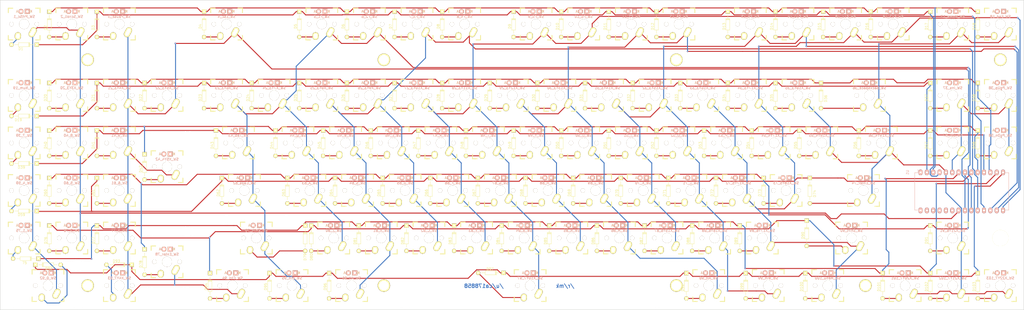
<source format=kicad_pcb>
(kicad_pcb (version 20221018) (generator pcbnew)
  (layers (0 "F.Cu" signal) (31 "B.Cu" signal) (34 "B.Paste" user) (35 "F.Paste" user) (36 "B.SilkS" user "B.Silkscreen") (37 "F.SilkS" user "F.Silkscreen") (38 "B.Mask" user) (39 "F.Mask" user) (44 "Edge.Cuts" user))
  (net 0 "")
  (net 1 "Net-(D1-Pad2)")
  (net 2 "R1")
  (net 3 "Net-(D2-Pad2)")
  (net 4 "Net-(D3-Pad2)")
  (net 5 "Net-(D4-Pad2)")
  (net 6 "Net-(D5-Pad2)")
  (net 7 "Net-(D6-Pad2)")
  (net 8 "Net-(D7-Pad2)")
  (net 9 "Net-(D8-Pad2)")
  (net 10 "Net-(D9-Pad2)")
  (net 11 "Net-(D10-Pad2)")
  (net 12 "Net-(D11-Pad2)")
  (net 13 "Net-(D12-Pad2)")
  (net 14 "Net-(D13-Pad2)")
  (net 15 "Net-(D14-Pad2)")
  (net 16 "Net-(D15-Pad2)")
  (net 17 "Net-(D16-Pad2)")
  (net 18 "Net-(D17-Pad2)")
  (net 19 "R6")
  (net 20 "Net-(D18-Pad2)")
  (net 21 "Net-(D19-Pad2)")
  (net 22 "R2")
  (net 23 "Net-(D20-Pad2)")
  (net 24 "Net-(D21-Pad2)")
  (net 25 "Net-(D22-Pad2)")
  (net 26 "Net-(D23-Pad2)")
  (net 27 "Net-(D24-Pad2)")
  (net 28 "Net-(D25-Pad2)")
  (net 29 "Net-(D26-Pad2)")
  (net 30 "Net-(D27-Pad2)")
  (net 31 "Net-(D28-Pad2)")
  (net 32 "Net-(D29-Pad2)")
  (net 33 "Net-(D30-Pad2)")
  (net 34 "Net-(D31-Pad2)")
  (net 35 "Net-(D32-Pad2)")
  (net 36 "Net-(D33-Pad2)")
  (net 37 "Net-(D34-Pad2)")
  (net 38 "Net-(D35-Pad2)")
  (net 39 "Net-(D36-Pad2)")
  (net 40 "Net-(D37-Pad2)")
  (net 41 "Net-(D38-Pad2)")
  (net 42 "Net-(D39-Pad2)")
  (net 43 "R3")
  (net 44 "Net-(D40-Pad2)")
  (net 45 "Net-(D41-Pad2)")
  (net 46 "Net-(D42-Pad2)")
  (net 47 "Net-(D43-Pad2)")
  (net 48 "Net-(D44-Pad2)")
  (net 49 "Net-(D45-Pad2)")
  (net 50 "Net-(D46-Pad2)")
  (net 51 "Net-(D47-Pad2)")
  (net 52 "Net-(D48-Pad2)")
  (net 53 "Net-(D49-Pad2)")
  (net 54 "Net-(D50-Pad2)")
  (net 55 "Net-(D51-Pad2)")
  (net 56 "Net-(D52-Pad2)")
  (net 57 "Net-(D53-Pad2)")
  (net 58 "Net-(D54-Pad2)")
  (net 59 "Net-(D55-Pad2)")
  (net 60 "Net-(D56-Pad2)")
  (net 61 "Net-(D57-Pad2)")
  (net 62 "R4")
  (net 63 "Net-(D58-Pad2)")
  (net 64 "R5")
  (net 65 "Net-(D59-Pad2)")
  (net 66 "Net-(D60-Pad2)")
  (net 67 "Net-(D61-Pad2)")
  (net 68 "Net-(D62-Pad2)")
  (net 69 "Net-(D63-Pad2)")
  (net 70 "Net-(D64-Pad2)")
  (net 71 "Net-(D65-Pad2)")
  (net 72 "Net-(D66-Pad2)")
  (net 73 "Net-(D67-Pad2)")
  (net 74 "Net-(D68-Pad2)")
  (net 75 "Net-(D69-Pad2)")
  (net 76 "Net-(D70-Pad2)")
  (net 77 "Net-(D71-Pad2)")
  (net 78 "Net-(D72-Pad2)")
  (net 79 "Net-(D73-Pad2)")
  (net 80 "Net-(D74-Pad2)")
  (net 81 "Net-(D75-Pad2)")
  (net 82 "Net-(D76-Pad2)")
  (net 83 "Net-(D77-Pad2)")
  (net 84 "Net-(D78-Pad2)")
  (net 85 "Net-(D79-Pad2)")
  (net 86 "Net-(D80-Pad2)")
  (net 87 "Net-(D81-Pad2)")
  (net 88 "Net-(D82-Pad2)")
  (net 89 "Net-(D83-Pad2)")
  (net 90 "Net-(D84-Pad2)")
  (net 91 "Net-(D85-Pad2)")
  (net 92 "Net-(D86-Pad2)")
  (net 93 "Net-(D87-Pad2)")
  (net 94 "Net-(D88-Pad2)")
  (net 95 "Net-(D89-Pad2)")
  (net 96 "Net-(D90-Pad2)")
  (net 97 "Net-(D91-Pad2)")
  (net 98 "Net-(D92-Pad2)")
  (net 99 "Net-(D93-Pad2)")
  (net 100 "Net-(D94-Pad2)")
  (net 101 "Net-(D95-Pad2)")
  (net 102 "Net-(D96-Pad2)")
  (net 103 "Net-(D97-Pad2)")
  (net 104 "Net-(D98-Pad2)")
  (net 105 "Net-(D99-Pad2)")
  (net 106 "Net-(D100-Pad2)")
  (net 107 "Net-(D101-Pad2)")
  (net 108 "Net-(D102-Pad2)")
  (net 109 "Net-(D103-Pad2)")
  (net 110 "C1")
  (net 111 "C3")
  (net 112 "C7")
  (net 113 "C9")
  (net 114 "C6")
  (net 115 "C10")
  (net 116 "C5")
  (net 117 "C8")
  (net 118 "C4")
  (net 119 "C2")
  (net 120 "R7")
  (net 121 "R8")
  (net 122 "R9")
  (net 123 "R10")
  (net 124 "R11")
  (footprint "MXALPS" (layer "F.Cu") (at 38.1 28.575 180)
    (fp_text reference "SW_PrtSc_1")
    (fp_text value "MX_LED" hide)
  )
  (footprint "Diode_DO-35_SOD27_Horizontal_RM10" (layer "F.Cu") (at 43.18052 36.82746 180)
    (fp_text reference "D1")
    (fp_text value "D")
  )
  (footprint "MXALPS" (layer "F.Cu") (at 57.15 28.575 180)
    (fp_text reference "SW_Scroll_2")
    (fp_text value "MX_LED" hide)
  )
  (footprint "Diode_DO-35_SOD27_Horizontal_RM10" (layer "F.Cu") (at 48.15 23.575 -90)
    (fp_text reference "D2")
    (fp_text value "D")
  )
  (footprint "MXALPS" (layer "F.Cu") (at 76.2 28.575 180)
    (fp_text reference "SW_Pause_3")
    (fp_text value "MX_LED" hide)
  )
  (footprint "Diode_DO-35_SOD27_Horizontal_RM10" (layer "F.Cu") (at 67.2 23.575 -90)
    (fp_text reference "D3")
    (fp_text value "D")
  )
  (footprint "MXALPS" (layer "F.Cu") (at 119.0625 28.575 180)
    (fp_text reference "SW_Esc_4")
    (fp_text value "MX_LED" hide)
  )
  (footprint "Diode_DO-35_SOD27_Horizontal_RM10" (layer "F.Cu") (at 110.0625 23.575 -90)
    (fp_text reference "D4")
    (fp_text value "D")
  )
  (footprint "MXALPS" (layer "F.Cu") (at 157.1625 28.575 180)
    (fp_text reference "SW_F1_5")
    (fp_text value "MX_LED" hide)
  )
  (footprint "Diode_DO-35_SOD27_Horizontal_RM10" (layer "F.Cu") (at 148.1625 23.575 -90)
    (fp_text reference "D5")
    (fp_text value "D")
  )
  (footprint "MXALPS" (layer "F.Cu") (at 176.2125 28.575 180)
    (fp_text reference "SW_F2_6")
    (fp_text value "MX_LED" hide)
  )
  (footprint "Diode_DO-35_SOD27_Horizontal_RM10" (layer "F.Cu") (at 167.2125 23.575 -90)
    (fp_text reference "D6")
    (fp_text value "D")
  )
  (footprint "MXALPS" (layer "F.Cu") (at 195.2625 28.575 180)
    (fp_text reference "SW_F3_7")
    (fp_text value "MX_LED" hide)
  )
  (footprint "Diode_DO-35_SOD27_Horizontal_RM10" (layer "F.Cu") (at 186.2625 23.575 -90)
    (fp_text reference "D7")
    (fp_text value "D")
  )
  (footprint "MXALPS" (layer "F.Cu") (at 214.3125 28.575 180)
    (fp_text reference "SW_F4_8")
    (fp_text value "MX_LED" hide)
  )
  (footprint "Diode_DO-35_SOD27_Horizontal_RM10" (layer "F.Cu") (at 205.3125 23.575 -90)
    (fp_text reference "D8")
    (fp_text value "D")
  )
  (footprint "MXALPS" (layer "F.Cu") (at 242.8875 28.575 180)
    (fp_text reference "SW_F5_9")
    (fp_text value "MX_LED" hide)
  )
  (footprint "Diode_DO-35_SOD27_Horizontal_RM10" (layer "F.Cu") (at 233.8875 23.575 -90)
    (fp_text reference "D9")
    (fp_text value "D")
  )
  (footprint "MXALPS" (layer "F.Cu") (at 261.9375 28.575 180)
    (fp_text reference "SW_F6_10")
    (fp_text value "MX_LED" hide)
  )
  (footprint "Diode_DO-35_SOD27_Horizontal_RM10" (layer "F.Cu") (at 252.9375 23.575 -90)
    (fp_text reference "D10")
    (fp_text value "D")
  )
  (footprint "MXALPS" (layer "F.Cu") (at 280.9875 28.575 180)
    (fp_text reference "SW_F7_11")
    (fp_text value "MX_LED" hide)
  )
  (footprint "Diode_DO-35_SOD27_Horizontal_RM10" (layer "F.Cu") (at 271.9875 23.575 -90)
    (fp_text reference "D11")
    (fp_text value "D")
  )
  (footprint "MXALPS" (layer "F.Cu") (at 300.0375 28.575 180)
    (fp_text reference "SW_F8_12")
    (fp_text value "MX_LED" hide)
  )
  (footprint "Diode_DO-35_SOD27_Horizontal_RM10" (layer "F.Cu") (at 291.0375 23.575 -90)
    (fp_text reference "D12")
    (fp_text value "D")
  )
  (footprint "MXALPS" (layer "F.Cu") (at 328.6125 28.575 180)
    (fp_text reference "SW_F9_13")
    (fp_text value "MX_LED" hide)
  )
  (footprint "Diode_DO-35_SOD27_Horizontal_RM10" (layer "F.Cu") (at 319.6125 23.575 -90)
    (fp_text reference "D13")
    (fp_text value "D")
  )
  (footprint "MXALPS" (layer "F.Cu") (at 347.6625 28.575 180)
    (fp_text reference "SW_F10_14")
    (fp_text value "MX_LED" hide)
  )
  (footprint "Diode_DO-35_SOD27_Horizontal_RM10" (layer "F.Cu") (at 338.6625 23.575 -90)
    (fp_text reference "D14")
    (fp_text value "D")
  )
  (footprint "MXALPS" (layer "F.Cu") (at 366.7125 28.575 180)
    (fp_text reference "SW_F11_15")
    (fp_text value "MX_LED" hide)
  )
  (footprint "Diode_DO-35_SOD27_Horizontal_RM10" (layer "F.Cu") (at 357.7125 23.575 -90)
    (fp_text reference "D15")
    (fp_text value "D")
  )
  (footprint "MXALPS" (layer "F.Cu") (at 385.7625 28.575 180)
    (fp_text reference "SW_F12_16")
    (fp_text value "MX_LED" hide)
  )
  (footprint "Diode_DO-35_SOD27_Horizontal_RM10" (layer "F.Cu") (at 376.7625 23.575 -90)
    (fp_text reference "D16")
    (fp_text value "D")
  )
  (footprint "MXALPS" (layer "F.Cu") (at 409.575 28.575 180)
    (fp_text reference "SW_Home_17")
    (fp_text value "MX_LED" hide)
  )
  (footprint "Diode_DO-35_SOD27_Horizontal_RM10" (layer "F.Cu") (at 400.575 23.575 -90)
    (fp_text reference "D17")
    (fp_text value "D")
  )
  (footprint "MXALPS" (layer "F.Cu") (at 428.625 28.575 180)
    (fp_text reference "SW_End_18")
    (fp_text value "MX_LED" hide)
  )
  (footprint "Diode_DO-35_SOD27_Horizontal_RM10" (layer "F.Cu") (at 419.625 23.575 -90)
    (fp_text reference "D18")
    (fp_text value "D")
  )
  (footprint "MXALPS" (layer "F.Cu") (at 38.1 57.15 180)
    (fp_text reference "SW_Num_19")
    (fp_text value "MX_LED" hide)
  )
  (footprint "Diode_DO-35_SOD27_Horizontal_RM10" (layer "F.Cu") (at 43.18052 65.40246 180)
    (fp_text reference "D19")
    (fp_text value "D")
  )
  (footprint "MXALPS" (layer "F.Cu") (at 57.15 57.15 180)
    (fp_text reference "SW_X3Y3_20")
    (fp_text value "MX_LED" hide)
  )
  (footprint "Diode_DO-35_SOD27_Horizontal_RM10" (layer "F.Cu") (at 48.15 52.15 -90)
    (fp_text reference "D20")
    (fp_text value "D")
  )
  (footprint "MXALPS" (layer "F.Cu") (at 76.2 57.15 180)
    (fp_text reference "SW_X4Y3_21")
    (fp_text value "MX_LED" hide)
  )
  (footprint "Diode_DO-35_SOD27_Horizontal_RM10" (layer "F.Cu") (at 67.2 52.15 -90)
    (fp_text reference "D21")
    (fp_text value "D")
  )
  (footprint "MXALPS" (layer "F.Cu") (at 95.25 57.15 180)
    (fp_text reference "SW_X5Y3_22")
    (fp_text value "MX_LED" hide)
  )
  (footprint "Diode_DO-35_SOD27_Horizontal_RM10" (layer "F.Cu") (at 86.25 52.15 -90)
    (fp_text reference "D22")
    (fp_text value "D")
  )
  (footprint "MXALPS" (layer "F.Cu") (at 119.0625 57.15 180)
    (fp_text reference "SW_X6Y3_23")
    (fp_text value "MX_LED" hide)
  )
  (footprint "Diode_DO-35_SOD27_Horizontal_RM10" (layer "F.Cu") (at 110.0625 52.15 -90)
    (fp_text reference "D23")
    (fp_text value "D")
  )
  (footprint "MXALPS" (layer "F.Cu") (at 138.1125 57.15 180)
    (fp_text reference "SW_X7Y3_24")
    (fp_text value "MX_LED" hide)
  )
  (footprint "Diode_DO-35_SOD27_Horizontal_RM10" (layer "F.Cu") (at 129.1125 52.15 -90)
    (fp_text reference "D24")
    (fp_text value "D")
  )
  (footprint "MXALPS" (layer "F.Cu") (at 157.1625 57.15 180)
    (fp_text reference "SW_X8Y3_25")
    (fp_text value "MX_LED" hide)
  )
  (footprint "Diode_DO-35_SOD27_Horizontal_RM10" (layer "F.Cu") (at 148.1625 52.15 -90)
    (fp_text reference "D25")
    (fp_text value "D")
  )
  (footprint "MXALPS" (layer "F.Cu") (at 176.2125 57.15 180)
    (fp_text reference "SW_X9Y3_26")
    (fp_text value "MX_LED" hide)
  )
  (footprint "Diode_DO-35_SOD27_Horizontal_RM10" (layer "F.Cu") (at 167.2125 52.15 -90)
    (fp_text reference "D26")
    (fp_text value "D")
  )
  (footprint "MXALPS" (layer "F.Cu") (at 195.2625 57.15 180)
    (fp_text reference "SW_X10Y3_27")
    (fp_text value "MX_LED" hide)
  )
  (footprint "Diode_DO-35_SOD27_Horizontal_RM10" (layer "F.Cu") (at 186.2625 52.15 -90)
    (fp_text reference "D27")
    (fp_text value "D")
  )
  (footprint "MXALPS" (layer "F.Cu") (at 214.3125 57.15 180)
    (fp_text reference "SW_X11Y3_28")
    (fp_text value "MX_LED" hide)
  )
  (footprint "Diode_DO-35_SOD27_Horizontal_RM10" (layer "F.Cu") (at 205.3125 52.15 -90)
    (fp_text reference "D28")
    (fp_text value "D")
  )
  (footprint "MXALPS" (layer "F.Cu") (at 233.3625 57.15 180)
    (fp_text reference "SW_X12Y3_29")
    (fp_text value "MX_LED" hide)
  )
  (footprint "Diode_DO-35_SOD27_Horizontal_RM10" (layer "F.Cu") (at 224.3625 52.15 -90)
    (fp_text reference "D29")
    (fp_text value "D")
  )
  (footprint "MXALPS" (layer "F.Cu") (at 252.4125 57.15 180)
    (fp_text reference "SW_X13Y3_30")
    (fp_text value "MX_LED" hide)
  )
  (footprint "Diode_DO-35_SOD27_Horizontal_RM10" (layer "F.Cu") (at 243.4125 52.15 -90)
    (fp_text reference "D30")
    (fp_text value "D")
  )
  (footprint "MXALPS" (layer "F.Cu") (at 271.4625 57.15 180)
    (fp_text reference "SW_X14Y3_31")
    (fp_text value "MX_LED" hide)
  )
  (footprint "Diode_DO-35_SOD27_Horizontal_RM10" (layer "F.Cu") (at 262.4625 52.15 -90)
    (fp_text reference "D31")
    (fp_text value "D")
  )
  (footprint "MXALPS" (layer "F.Cu") (at 290.5125 57.15 180)
    (fp_text reference "SW_X15Y3_32")
    (fp_text value "MX_LED" hide)
  )
  (footprint "Diode_DO-35_SOD27_Horizontal_RM10" (layer "F.Cu") (at 281.5125 52.15 -90)
    (fp_text reference "D32")
    (fp_text value "D")
  )
  (footprint "MXALPS" (layer "F.Cu") (at 309.5625 57.15 180)
    (fp_text reference "SW_X16Y3_33")
    (fp_text value "MX_LED" hide)
  )
  (footprint "Diode_DO-35_SOD27_Horizontal_RM10" (layer "F.Cu") (at 300.5625 52.15 -90)
    (fp_text reference "D33")
    (fp_text value "D")
  )
  (footprint "MXALPS" (layer "F.Cu") (at 328.6125 57.15 180)
    (fp_text reference "SW_X17Y3_34")
    (fp_text value "MX_LED" hide)
  )
  (footprint "Diode_DO-35_SOD27_Horizontal_RM10" (layer "F.Cu") (at 319.6125 52.15 -90)
    (fp_text reference "D34")
    (fp_text value "D")
  )
  (footprint "MXALPS" (layer "F.Cu") (at 347.6625 57.15 180)
    (fp_text reference "SW_X18Y3_35")
    (fp_text value "MX_LED" hide)
  )
  (footprint "Diode_DO-35_SOD27_Horizontal_RM10" (layer "F.Cu") (at 338.6625 52.15 -90)
    (fp_text reference "D35")
    (fp_text value "D")
  )
  (footprint "MXALPS" (layer "F.Cu") (at 376.2375 57.15 180)
    (fp_text reference "SW_Backspace_36")
    (fp_text value "MX_LED" hide)
  )
  (footprint "Diode_DO-35_SOD27_Horizontal_RM10" (layer "F.Cu") (at 356.86746 52.15 -90)
    (fp_text reference "D36")
    (fp_text value "D")
  )
  (footprint "MXALPS" (layer "F.Cu") (at 409.575 57.15 180)
    (fp_text reference "SW_Ins_37")
    (fp_text value "MX_LED" hide)
  )
  (footprint "Diode_DO-35_SOD27_Horizontal_RM10" (layer "F.Cu") (at 400.575 52.15 -90)
    (fp_text reference "D37")
    (fp_text value "D")
  )
  (footprint "MXALPS" (layer "F.Cu") (at 428.625 57.15 180)
    (fp_text reference "SW_PgUp_38")
    (fp_text value "MX_LED" hide)
  )
  (footprint "Diode_DO-35_SOD27_Horizontal_RM10" (layer "F.Cu") (at 419.625 52.15 -90)
    (fp_text reference "D38")
    (fp_text value "D")
  )
  (footprint "MXALPS" (layer "F.Cu") (at 38.1 76.2 180)
    (fp_text reference "SW_7_39")
    (fp_text value "MX_LED" hide)
  )
  (footprint "Diode_DO-35_SOD27_Horizontal_RM10" (layer "F.Cu") (at 43.18052 84.45246 180)
    (fp_text reference "D39")
    (fp_text value "D")
  )
  (footprint "MXALPS" (layer "F.Cu") (at 57.15 76.2 180)
    (fp_text reference "SW_8_40")
    (fp_text value "MX_LED" hide)
  )
  (footprint "Diode_DO-35_SOD27_Horizontal_RM10" (layer "F.Cu") (at 48.15 71.2 -90)
    (fp_text reference "D40")
    (fp_text value "D")
  )
  (footprint "MXALPS" (layer "F.Cu") (at 76.2 76.2 180)
    (fp_text reference "SW_9_41")
    (fp_text value "MX_LED" hide)
  )
  (footprint "Diode_DO-35_SOD27_Horizontal_RM10" (layer "F.Cu") (at 67.2 71.2 -90)
    (fp_text reference "D41")
    (fp_text value "D")
  )
  (footprint "MXALPS" (layer "F.Cu") (at 95.25 85.725 180)
    (fp_text reference "SW_X5Y4_42")
    (fp_text value "MX_LED" hide)
  )
  (footprint "Diode_DO-35_SOD27_Horizontal_RM10" (layer "F.Cu") (at 86.25 80.725 -90)
    (fp_text reference "D42")
    (fp_text value "D")
  )
  (footprint "MXALPS" (layer "F.Cu") (at 123.825 76.2 180)
    (fp_text reference "SW_Tab_43")
    (fp_text value "MX_LED" hide)
  )
  (footprint "Diode_DO-35_SOD27_Horizontal_RM10" (layer "F.Cu") (at 114.825 71.2 -90)
    (fp_text reference "D43")
    (fp_text value "D")
  )
  (footprint "MXALPS" (layer "F.Cu") (at 147.6375 76.2 180)
    (fp_text reference "SW_Q_44")
    (fp_text value "MX_LED" hide)
  )
  (footprint "Diode_DO-35_SOD27_Horizontal_RM10" (layer "F.Cu") (at 138.6375 71.2 -90)
    (fp_text reference "D44")
    (fp_text value "D")
  )
  (footprint "MXALPS" (layer "F.Cu") (at 166.6875 76.2 180)
    (fp_text reference "SW_W_45")
    (fp_text value "MX_LED" hide)
  )
  (footprint "Diode_DO-35_SOD27_Horizontal_RM10" (layer "F.Cu") (at 157.6875 71.2 -90)
    (fp_text reference "D45")
    (fp_text value "D")
  )
  (footprint "MXALPS" (layer "F.Cu") (at 185.7375 76.2 180)
    (fp_text reference "SW_E_46")
    (fp_text value "MX_LED" hide)
  )
  (footprint "Diode_DO-35_SOD27_Horizontal_RM10" (layer "F.Cu") (at 176.7375 71.2 -90)
    (fp_text reference "D46")
    (fp_text value "D")
  )
  (footprint "MXALPS" (layer "F.Cu") (at 204.7875 76.2 180)
    (fp_text reference "SW_R_47")
    (fp_text value "MX_LED" hide)
  )
  (footprint "Diode_DO-35_SOD27_Horizontal_RM10" (layer "F.Cu") (at 195.7875 71.2 -90)
    (fp_text reference "D47")
    (fp_text value "D")
  )
  (footprint "MXALPS" (layer "F.Cu") (at 223.8375 76.2 180)
    (fp_text reference "SW_T_48")
    (fp_text value "MX_LED" hide)
  )
  (footprint "Diode_DO-35_SOD27_Horizontal_RM10" (layer "F.Cu") (at 214.8375 71.2 -90)
    (fp_text reference "D48")
    (fp_text value "D")
  )
  (footprint "MXALPS" (layer "F.Cu") (at 242.8875 76.2 180)
    (fp_text reference "SW_Y_49")
    (fp_text value "MX_LED" hide)
  )
  (footprint "Diode_DO-35_SOD27_Horizontal_RM10" (layer "F.Cu") (at 233.8875 71.2 -90)
    (fp_text reference "D49")
    (fp_text value "D")
  )
  (footprint "MXALPS" (layer "F.Cu") (at 261.9375 76.2 180)
    (fp_text reference "SW_U_50")
    (fp_text value "MX_LED" hide)
  )
  (footprint "Diode_DO-35_SOD27_Horizontal_RM10" (layer "F.Cu") (at 252.9375 71.2 -90)
    (fp_text reference "D50")
    (fp_text value "D")
  )
  (footprint "MXALPS" (layer "F.Cu") (at 280.9875 76.2 180)
    (fp_text reference "SW_I_51")
    (fp_text value "MX_LED" hide)
  )
  (footprint "Diode_DO-35_SOD27_Horizontal_RM10" (layer "F.Cu") (at 271.9875 71.2 -90)
    (fp_text reference "D51")
    (fp_text value "D")
  )
  (footprint "MXALPS" (layer "F.Cu") (at 300.0375 76.2 180)
    (fp_text reference "SW_O_52")
    (fp_text value "MX_LED" hide)
  )
  (footprint "Diode_DO-35_SOD27_Horizontal_RM10" (layer "F.Cu") (at 291.0375 71.2 -90)
    (fp_text reference "D52")
    (fp_text value "D")
  )
  (footprint "MXALPS" (layer "F.Cu") (at 319.0875 76.2 180)
    (fp_text reference "SW_P_53")
    (fp_text value "MX_LED" hide)
  )
  (footprint "Diode_DO-35_SOD27_Horizontal_RM10" (layer "F.Cu") (at 310.0875 71.2 -90)
    (fp_text reference "D53")
    (fp_text value "D")
  )
  (footprint "MXALPS" (layer "F.Cu") (at 338.1375 76.2 180)
    (fp_text reference "SW_X17Y4_54")
    (fp_text value "MX_LED" hide)
  )
  (footprint "Diode_DO-35_SOD27_Horizontal_RM10" (layer "F.Cu") (at 329.1375 71.2 -90)
    (fp_text reference "D54")
    (fp_text value "D")
  )
  (footprint "MXALPS" (layer "F.Cu") (at 357.1875 76.2 180)
    (fp_text reference "SW_X18Y4_55")
    (fp_text value "MX_LED" hide)
  )
  (footprint "Diode_DO-35_SOD27_Horizontal_RM10" (layer "F.Cu") (at 348.1875 71.2 -90)
    (fp_text reference "D55")
    (fp_text value "D")
  )
  (footprint "MXALPS" (layer "F.Cu") (at 381 76.2 180)
    (fp_text reference "SW_X19Y4_56")
    (fp_text value "MX_LED" hide)
  )
  (footprint "Diode_DO-35_SOD27_Horizontal_RM10" (layer "F.Cu") (at 372 71.2 -90)
    (fp_text reference "D56")
    (fp_text value "D")
  )
  (footprint "MXALPS" (layer "F.Cu") (at 409.575 76.2 180)
    (fp_text reference "SW_Del_57")
    (fp_text value "MX_LED" hide)
  )
  (footprint "Diode_DO-35_SOD27_Horizontal_RM10" (layer "F.Cu") (at 400.575 71.2 -90)
    (fp_text reference "D57")
    (fp_text value "D")
  )
  (footprint "MXALPS" (layer "F.Cu") (at 428.625 76.2 180)
    (fp_text reference "SW_PgDn_58")
    (fp_text value "MX_LED" hide)
  )
  (footprint "Diode_DO-35_SOD27_Horizontal_RM10" (layer "F.Cu") (at 419.625 71.2 -90)
    (fp_text reference "D58")
    (fp_text value "D")
  )
  (footprint "MXALPS" (layer "F.Cu") (at 38.1 95.25 180)
    (fp_text reference "SW_4_59")
    (fp_text value "MX_LED" hide)
  )
  (footprint "Diode_DO-35_SOD27_Horizontal_RM10" (layer "F.Cu") (at 43.18052 103.50246 180)
    (fp_text reference "D59")
    (fp_text value "D")
  )
  (footprint "MXALPS" (layer "F.Cu") (at 57.15 95.25 180)
    (fp_text reference "SW_5_60")
    (fp_text value "MX_LED" hide)
  )
  (footprint "Diode_DO-35_SOD27_Horizontal_RM10" (layer "F.Cu") (at 48.15 90.25 -90)
    (fp_text reference "D60")
    (fp_text value "D")
  )
  (footprint "MXALPS" (layer "F.Cu") (at 76.2 95.25 180)
    (fp_text reference "SW_6_61")
    (fp_text value "MX_LED" hide)
  )
  (footprint "Diode_DO-35_SOD27_Horizontal_RM10" (layer "F.Cu") (at 67.2 90.25 -90)
    (fp_text reference "D61")
    (fp_text value "D")
  )
  (footprint "MXALPS" (layer "F.Cu") (at 126.20625 95.25 180)
    (fp_text reference "SW_Caps_62")
    (fp_text value "MX_LED" hide)
  )
  (footprint "Diode_DO-35_SOD27_Horizontal_RM10" (layer "F.Cu") (at 117.20625 90.25 -90)
    (fp_text reference "D62")
    (fp_text value "D")
  )
  (footprint "MXALPS" (layer "F.Cu") (at 152.4 95.25 180)
    (fp_text reference "SW_A_63")
    (fp_text value "MX_LED" hide)
  )
  (footprint "Diode_DO-35_SOD27_Horizontal_RM10" (layer "F.Cu") (at 143.4 90.25 -90)
    (fp_text reference "D63")
    (fp_text value "D")
  )
  (footprint "MXALPS" (layer "F.Cu") (at 171.45 95.25 180)
    (fp_text reference "SW_S_64")
    (fp_text value "MX_LED" hide)
  )
  (footprint "Diode_DO-35_SOD27_Horizontal_RM10" (layer "F.Cu") (at 162.45 90.25 -90)
    (fp_text reference "D64")
    (fp_text value "D")
  )
  (footprint "MXALPS" (layer "F.Cu") (at 190.5 95.25 180)
    (fp_text reference "SW_D_65")
    (fp_text value "MX_LED" hide)
  )
  (footprint "Diode_DO-35_SOD27_Horizontal_RM10" (layer "F.Cu") (at 181.5 90.25 -90)
    (fp_text reference "D65")
    (fp_text value "D")
  )
  (footprint "MXALPS" (layer "F.Cu") (at 209.55 95.25 180)
    (fp_text reference "SW_F_66")
    (fp_text value "MX_LED" hide)
  )
  (footprint "Diode_DO-35_SOD27_Horizontal_RM10" (layer "F.Cu") (at 200.55 90.25 -90)
    (fp_text reference "D66")
    (fp_text value "D")
  )
  (footprint "MXALPS" (layer "F.Cu") (at 228.6 95.25 180)
    (fp_text reference "SW_G_67")
    (fp_text value "MX_LED" hide)
  )
  (footprint "Diode_DO-35_SOD27_Horizontal_RM10" (layer "F.Cu") (at 219.6 90.25 -90)
    (fp_text reference "D67")
    (fp_text value "D")
  )
  (footprint "MXALPS" (layer "F.Cu") (at 247.65 95.25 180)
    (fp_text reference "SW_H_68")
    (fp_text value "MX_LED" hide)
  )
  (footprint "Diode_DO-35_SOD27_Horizontal_RM10" (layer "F.Cu") (at 238.65 90.25 -90)
    (fp_text reference "D68")
    (fp_text value "D")
  )
  (footprint "MXALPS" (layer "F.Cu") (at 266.7 95.25 180)
    (fp_text reference "SW_J_69")
    (fp_text value "MX_LED" hide)
  )
  (footprint "Diode_DO-35_SOD27_Horizontal_RM10" (layer "F.Cu") (at 257.7 90.25 -90)
    (fp_text reference "D69")
    (fp_text value "D")
  )
  (footprint "MXALPS" (layer "F.Cu") (at 285.75 95.25 180)
    (fp_text reference "SW_K_70")
    (fp_text value "MX_LED" hide)
  )
  (footprint "Diode_DO-35_SOD27_Horizontal_RM10" (layer "F.Cu") (at 276.75 90.25 -90)
    (fp_text reference "D70")
    (fp_text value "D")
  )
  (footprint "MXALPS" (layer "F.Cu") (at 304.8 95.25 180)
    (fp_text reference "SW_L_71")
    (fp_text value "MX_LED" hide)
  )
  (footprint "Diode_DO-35_SOD27_Horizontal_RM10" (layer "F.Cu") (at 295.8 90.25 -90)
    (fp_text reference "D71")
    (fp_text value "D")
  )
  (footprint "MXALPS" (layer "F.Cu") (at 323.85 95.25 180)
    (fp_text reference "SW_X17Y5_72")
    (fp_text value "MX_LED" hide)
  )
  (footprint "Diode_DO-35_SOD27_Horizontal_RM10" (layer "F.Cu") (at 314.85 90.25 -90)
    (fp_text reference "D72")
    (fp_text value "D")
  )
  (footprint "MXALPS" (layer "F.Cu") (at 342.9 95.25 180)
    (fp_text reference "SW_X18Y5_73")
    (fp_text value "MX_LED" hide)
  )
  (footprint "Diode_DO-35_SOD27_Horizontal_RM10" (layer "F.Cu") (at 333.9 90.25 -90)
    (fp_text reference "D73")
    (fp_text value "D")
  )
  (footprint "MXALPS" (layer "F.Cu") (at 373.85625 95.25 180)
    (fp_text reference "SW_Enter_74")
    (fp_text value "MX_LED" hide)
  )
  (footprint "Diode_DO-35_SOD27_Horizontal_RM10" (layer "F.Cu") (at 352.42246 90.25 -90)
    (fp_text reference "D74")
    (fp_text value "D")
  )
  (footprint "MXALPS" (layer "F.Cu") (at 38.1 114.3 180)
    (fp_text reference "SW_1_75")
    (fp_text value "MX_LED" hide)
  )
  (footprint "Diode_DO-35_SOD27_Horizontal_RM10" (layer "F.Cu") (at 43.81552 122.55246 180)
    (fp_text reference "D75")
    (fp_text value "D")
  )
  (footprint "MXALPS" (layer "F.Cu") (at 57.15 114.3 180)
    (fp_text reference "SW_2_76")
    (fp_text value "MX_LED" hide)
  )
  (footprint "Diode_DO-35_SOD27_Horizontal_RM10" (layer "F.Cu") (at 48.15 109.3 -90)
    (fp_text reference "D76")
    (fp_text value "D")
  )
  (footprint "MXALPS" (layer "F.Cu") (at 76.2 114.3 180)
    (fp_text reference "SW_3_77")
    (fp_text value "MX_LED" hide)
  )
  (footprint "Diode_DO-35_SOD27_Horizontal_RM10" (layer "F.Cu") (at 67.2 109.3 -90)
    (fp_text reference "D77")
    (fp_text value "D")
  )
  (footprint "MXALPS" (layer "F.Cu") (at 95.25 123.825 180)
    (fp_text reference "SW_Enter_78")
    (fp_text value "MX_LED" hide)
  )
  (footprint "Diode_DO-35_SOD27_Horizontal_RM10" (layer "F.Cu") (at 86.25 118.825 -90)
    (fp_text reference "D78")
    (fp_text value "D")
  )
  (footprint "MXALPS" (layer "F.Cu") (at 130.96875 114.3 180)
    (fp_text reference "SW_Shift_79")
    (fp_text value "MX_LED" hide)
  )
  (footprint "Diode_DO-35_SOD27_Horizontal_RM10" (layer "F.Cu") (at 150.49246 109.3 -90)
    (fp_text reference "D79")
    (fp_text value "D")
  )
  (footprint "MXALPS" (layer "F.Cu") (at 161.925 114.3 180)
    (fp_text reference "SW_Z_80")
    (fp_text value "MX_LED" hide)
  )
  (footprint "Diode_DO-35_SOD27_Horizontal_RM10" (layer "F.Cu") (at 152.925 109.3 -90)
    (fp_text reference "D80")
    (fp_text value "D")
  )
  (footprint "MXALPS" (layer "F.Cu") (at 180.975 114.3 180)
    (fp_text reference "SW_X_81")
    (fp_text value "MX_LED" hide)
  )
  (footprint "Diode_DO-35_SOD27_Horizontal_RM10" (layer "F.Cu") (at 171.975 109.3 -90)
    (fp_text reference "D81")
    (fp_text value "D")
  )
  (footprint "MXALPS" (layer "F.Cu") (at 200.025 114.3 180)
    (fp_text reference "SW_C_82")
    (fp_text value "MX_LED" hide)
  )
  (footprint "Diode_DO-35_SOD27_Horizontal_RM10" (layer "F.Cu") (at 191.025 109.3 -90)
    (fp_text reference "D82")
    (fp_text value "D")
  )
  (footprint "MXALPS" (layer "F.Cu") (at 219.075 114.3 180)
    (fp_text reference "SW_V_83")
    (fp_text value "MX_LED" hide)
  )
  (footprint "Diode_DO-35_SOD27_Horizontal_RM10" (layer "F.Cu") (at 210.075 109.3 -90)
    (fp_text reference "D83")
    (fp_text value "D")
  )
  (footprint "MXALPS" (layer "F.Cu") (at 238.125 114.3 180)
    (fp_text reference "SW_B_84")
    (fp_text value "MX_LED" hide)
  )
  (footprint "Diode_DO-35_SOD27_Horizontal_RM10" (layer "F.Cu") (at 229.125 109.3 -90)
    (fp_text reference "D84")
    (fp_text value "D")
  )
  (footprint "MXALPS" (layer "F.Cu") (at 257.175 114.3 180)
    (fp_text reference "SW_N_85")
    (fp_text value "MX_LED" hide)
  )
  (footprint "Diode_DO-35_SOD27_Horizontal_RM10" (layer "F.Cu") (at 248.175 109.3 -90)
    (fp_text reference "D85")
    (fp_text value "D")
  )
  (footprint "MXALPS" (layer "F.Cu") (at 276.225 114.3 180)
    (fp_text reference "SW_M_86")
    (fp_text value "MX_LED" hide)
  )
  (footprint "Diode_DO-35_SOD27_Horizontal_RM10" (layer "F.Cu") (at 267.225 109.3 -90)
    (fp_text reference "D86")
    (fp_text value "D")
  )
  (footprint "MXALPS" (layer "F.Cu") (at 295.275 114.3 180)
    (fp_text reference "SW_X15Y6_87")
    (fp_text value "MX_LED" hide)
  )
  (footprint "Diode_DO-35_SOD27_Horizontal_RM10" (layer "F.Cu") (at 286.275 109.3 -90)
    (fp_text reference "D87")
    (fp_text value "D" hide)
  )
  (footprint "MXALPS" (layer "F.Cu") (at 314.325 114.3 180)
    (fp_text reference "SW_X16Y6_88")
    (fp_text value "MX_LED" hide)
  )
  (footprint "Diode_DO-35_SOD27_Horizontal_RM10" (layer "F.Cu") (at 305.325 109.3 -90)
    (fp_text reference "D88")
    (fp_text value "D")
  )
  (footprint "MXALPS" (layer "F.Cu") (at 333.375 114.3 180)
    (fp_text reference "SW_X17Y6_89")
    (fp_text value "MX_LED" hide)
  )
  (footprint "Diode_DO-35_SOD27_Horizontal_RM10" (layer "F.Cu") (at 324.375 109.3 -90)
    (fp_text reference "D89")
    (fp_text value "D")
  )
  (footprint "MXALPS" (layer "F.Cu") (at 369.09375 114.3 180)
    (fp_text reference "SW_Shift_90")
    (fp_text value "MX_LED" hide)
  )
  (footprint "Diode_DO-35_SOD27_Horizontal_RM10" (layer "F.Cu") (at 351.15246 107.31448 -90)
    (fp_text reference "D90")
    (fp_text value "D")
  )
  (footprint "MXALPS" (layer "F.Cu") (at 409.575 114.3 180)
    (fp_text reference "SW_X21Y6_91")
    (fp_text value "MX_LED" hide)
  )
  (footprint "Diode_DO-35_SOD27_Horizontal_RM10" (layer "F.Cu") (at 400.575 109.3 -90)
    (fp_text reference "D91")
    (fp_text value "D")
  )
  (footprint "MXALPS" (layer "F.Cu") (at 47.625 133.35 180)
    (fp_text reference "SW_0_92")
    (fp_text value "MX_LED" hide)
  )
  (footprint "Diode_DO-35_SOD27_Horizontal_RM10" (layer "F.Cu") (at 42.54448 125.00254)
    (fp_text reference "D92")
    (fp_text value "D")
  )
  (footprint "MXALPS" (layer "F.Cu") (at 76.2 133.35 180)
    (fp_text reference "SW_X4Y7_93")
    (fp_text value "MX_LED" hide)
  )
  (footprint "Diode_DO-35_SOD27_Horizontal_RM10" (layer "F.Cu") (at 81.16052 124.99746 180)
    (fp_text reference "D93")
    (fp_text value "D")
  )
  (footprint "MXALPS" (layer "F.Cu") (at 121.44375 133.35 180)
    (fp_text reference "SW_Ctrl_94")
    (fp_text value "MX_LED" hide)
  )
  (footprint "Diode_DO-35_SOD27_Horizontal_RM10" (layer "F.Cu") (at 112.44375 128.35 -90)
    (fp_text reference "D94")
    (fp_text value "D")
  )
  (footprint "MXALPS" (layer "F.Cu") (at 145.25625 133.35 180)
    (fp_text reference "SW_Win_95")
    (fp_text value "MX_LED" hide)
  )
  (footprint "Diode_DO-35_SOD27_Horizontal_RM10" (layer "F.Cu") (at 136.25625 128.35 -90)
    (fp_text reference "D95")
    (fp_text value "D")
  )
  (footprint "MXALPS" (layer "F.Cu") (at 169.06875 133.35 180)
    (fp_text reference "SW_Alt_96")
    (fp_text value "MX_LED" hide)
  )
  (footprint "Diode_DO-35_SOD27_Horizontal_RM10" (layer "F.Cu") (at 160.06875 128.35 -90)
    (fp_text reference "D96")
    (fp_text value "D")
  )
  (footprint "MXALPS" (layer "F.Cu") (at 240.50625 133.35 180)
    (fp_text reference "SW_X10Y7_97")
    (fp_text value "MX_LED" hide)
  )
  (footprint "Diode_DO-35_SOD27_Horizontal_RM10" (layer "F.Cu") (at 229.87052 128.26746 180)
    (fp_text reference "D97")
    (fp_text value "D")
  )
  (footprint "MXALPS" (layer "F.Cu") (at 311.94375 133.35 180)
    (fp_text reference "SW_Alt_98")
    (fp_text value "MX_LED" hide)
  )
  (footprint "Diode_DO-35_SOD27_Horizontal_RM10" (layer "F.Cu") (at 302.99746 128.35 -90)
    (fp_text reference "D98")
    (fp_text value "D")
  )
  (footprint "MXALPS" (layer "F.Cu") (at 335.75625 133.35 180)
    (fp_text reference "SW_Win_99")
    (fp_text value "MX_LED" hide)
  )
  (footprint "Diode_DO-35_SOD27_Horizontal_RM10" (layer "F.Cu") (at 326.75625 128.35 -90)
    (fp_text reference "D99")
    (fp_text value "D")
  )
  (footprint "MXALPS" (layer "F.Cu") (at 359.56875 133.35 180)
    (fp_text reference "SW_Menu_100")
    (fp_text value "MX_LED" hide)
  )
  (footprint "Diode_DO-35_SOD27_Horizontal_RM10" (layer "F.Cu") (at 350.56875 128.35 -90)
    (fp_text reference "D100")
    (fp_text value "D")
  )
  (footprint "MXALPS" (layer "F.Cu") (at 390.525 133.35 180)
    (fp_text reference "SW_X20Y7_101")
    (fp_text value "MX_LED" hide)
  )
  (footprint "Diode_DO-35_SOD27_Horizontal_RM10" (layer "F.Cu") (at 381.525 128.35 -90)
    (fp_text reference "D101")
    (fp_text value "D")
  )
  (footprint "MXALPS" (layer "F.Cu") (at 409.575 133.35 180)
    (fp_text reference "SW_X21Y7_102")
    (fp_text value "MX_LED" hide)
  )
  (footprint "Diode_DO-35_SOD27_Horizontal_RM10" (layer "F.Cu") (at 400.575 128.35 -90)
    (fp_text reference "D102")
    (fp_text value "D")
  )
  (footprint "MXALPS" (layer "F.Cu") (at 428.625 133.35 180)
    (fp_text reference "SW_X22Y7_103")
    (fp_text value "MX_LED" hide)
  )
  (footprint "Diode_DO-35_SOD27_Horizontal_RM10" (layer "F.Cu") (at 419.625 128.35 -90)
    (fp_text reference "D103")
    (fp_text value "D")
  )
  (footprint "Mounting_Holes:MountingHole_5mm" (layer "F.Cu") (at 76.2 133.35)
    (fp_text reference "REF**" hide)
    (fp_text value "MountingHole_5mm" hide)
  )
  (footprint "Mounting_Holes:MountingHole_5mm" (layer "F.Cu") (at 76.2 42.8625)
    (fp_text reference "REF**" hide)
    (fp_text value "MountingHole_5mm")
  )
  (footprint "Mounting_Holes:MountingHole_5mm" (layer "F.Cu") (at 182 42)
    (fp_text reference "REF**" hide)
    (fp_text value "MountingHole_5mm")
  )
  (footprint "Mounting_Holes:MountingHole_5mm" (layer "F.Cu") (at 182 132)
    (fp_text reference "REF**" hide)
    (fp_text value "MountingHole_5mm")
  )
  (footprint "Mounting_Holes:MountingHole_5mm" (layer "F.Cu") (at 428.625 114.3)
    (fp_text reference "REF**" hide)
    (fp_text value "MountingHole_5mm")
  )
  (footprint "Mounting_Holes:MountingHole_5mm" (layer "F.Cu") (at 299 132)
    (fp_text reference "REF**" hide)
    (fp_text value "MountingHole_5mm")
  )
  (footprint "Mounting_Holes:MountingHole_5mm" (layer "F.Cu") (at 299 42)
    (fp_text reference "REF**" hide)
    (fp_text value "MountingHole_5mm")
  )
  (footprint "Mounting_Holes:MountingHole_5mm" (layer "F.Cu") (at 427 42)
    (fp_text reference "REF**" hide)
    (fp_text value "MountingHole_5mm")
  )
  (footprint "Cherry:CHERRY_PCB_200H_STABILIZER" (layer "F.Cu") (at 47.625 133.35 180)
    (fp_text reference "CHERRY" hide)
    (fp_text value "MX" hide)
  )
  (footprint "Cherry:CHERRY_PCB_225H_STABILIZER" (layer "F.Cu") (at 130.96875 114.3)
    (fp_text reference "CHERRY" hide)
    (fp_text value "MX" hide)
  )
  (footprint "Cherry:CHERRY_PCB_625H_STABILIZER" (layer "F.Cu") (at 240.50625 133.35 180)
    (fp_text reference "CHERRY" hide)
    (fp_text value "MX" hide)
  )
  (footprint "Cherry:CHERRY_PCB_200H_STABILIZER" (layer "F.Cu") (at 376.2375 57.15)
    (fp_text reference "CHERRY" hide)
    (fp_text value "MX" hide)
  )
  (footprint "Cherry:CHERRY_PCB_275H_STABILIZER" (layer "F.Cu") (at 369.09375 114.3)
    (fp_text reference "CHERRY" hide)
    (fp_text value "MX" hide)
  )
  (footprint "Cherry:CHERRY_PCB_225H_STABILIZER" (layer "F.Cu") (at 373.85625 95.25)
    (fp_text reference "CHERRY" hide)
    (fp_text value "MX" hide)
  )
  (footprint "Cherry:CHERRY_PCB_200_STABILIZER" (layer "F.Cu") (at 95.25 123.825)
    (fp_text reference "STA" hide)
    (fp_text value "Stabilizer" hide)
  )
  (footprint "Cherry:CHERRY_PCB_200_STABILIZER" (layer "F.Cu") (at 95.25 85.725)
    (fp_text reference "STA" hide)
    (fp_text value "Stabilizer" hide)
  )
  (footprint "Mounting_Holes:MountingHole_5mm" (layer "F.Cu") (at 390.525 133.15)
    (fp_text reference "REF**" hide)
    (fp_text value "MountingHole_5mm")
  )
  (footprint "Cherry:Teensy3.2" (layer "B.Cu") (at 396.68 88 -90)
    (fp_text reference "U1")
    (fp_text value "Teensy_3.2")
  )
  (gr_line (start 438 19) (end 28.5 19) (stroke (width 0.15)) (layer "Edge.Cuts"))
  (gr_line (start 438 143) (end 438 19) (stroke (width 0.15)) (layer "Edge.Cuts"))
  (gr_line (start 28.5 143) (end 438 143) (stroke (width 0.15)) (layer "Edge.Cuts"))
  (gr_line (start 28.5 19) (end 28.5 143) (stroke (width 0.15)) (layer "Edge.Cuts"))
  (gr_text "/u/ca178858" (at 222 133.5) (layer "B.Cu") (effects (font (size 1.5 1.5) (thickness 0.3)) (justify mirror)))
  (gr_text "/r/mk" (at 254.5 133.5) (layer "B.Cu") (effects (font (size 1.5 1.5) (thickness 0.3)) (justify mirror)))
  (segment (start 35.58 34.27) (end 35.58 33.365) (width 0.381) (layer "B.Cu") (net 1))
  (segment (start 33.02 36.83) (end 35.58 34.27) (width 0.381) (layer "B.Cu") (net 1))
  (segment (start 318.38441 23.57552) (end 319.61504 23.57552) (width 0.381) (layer "F.Cu") (net 2))
  (segment (start 235.12067 23.57552) (end 236.433851 24.888701) (width 0.381) (layer "F.Cu") (net 2))
  (segment (start 174.3075 24.888701) (end 183.721229 24.888701) (width 0.381) (layer "F.Cu") (net 2))
  (segment (start 69.746351 24.888701) (end 145.621229 24.888701) (width 0.381) (layer "F.Cu") (net 2))
  (segment (start 185.03441 23.57552) (end 186.26504 23.57552) (width 0.381) (layer "F.Cu") (net 2))
  (segment (start 67.20254 23.57552) (end 68.43317 23.57552) (width 0.381) (layer "F.Cu") (net 2))
  (segment (start 186.26504 23.57552) (end 187.49567 23.57552) (width 0.381) (layer "F.Cu") (net 2))
  (segment (start 274.533851 24.888701) (end 317.071229 24.888701) (width 0.381) (layer "F.Cu") (net 2))
  (segment (start 145.621229 24.888701) (end 146.93441 23.57552) (width 0.381) (layer "F.Cu") (net 2))
  (segment (start 355.171229 24.888701) (end 356.48441 23.57552) (width 0.381) (layer "F.Cu") (net 2))
  (segment (start 273.22067 23.57552) (end 274.533851 24.888701) (width 0.381) (layer "F.Cu") (net 2))
  (segment (start 399.34691 23.57552) (end 400.57754 23.57552) (width 0.381) (layer "F.Cu") (net 2))
  (segment (start 174.23765 24.818851) (end 174.3075 24.888701) (width 0.381) (layer "F.Cu") (net 2))
  (segment (start 68.43317 23.57552) (end 69.746351 24.888701) (width 0.381) (layer "F.Cu") (net 2))
  (segment (start 236.433851 24.888701) (end 269.446229 24.888701) (width 0.381) (layer "F.Cu") (net 2))
  (segment (start 360.258851 24.888701) (end 398.033729 24.888701) (width 0.381) (layer "F.Cu") (net 2))
  (segment (start 271.99004 23.57552) (end 273.22067 23.57552) (width 0.381) (layer "F.Cu") (net 2))
  (segment (start 358.94567 23.57552) (end 360.258851 24.888701) (width 0.381) (layer "F.Cu") (net 2))
  (segment (start 61.468 36.83) (end 67.20254 31.09546) (width 0.381) (layer "F.Cu") (net 2))
  (segment (start 150.708851 24.888701) (end 165.357299 24.888701) (width 0.381) (layer "F.Cu") (net 2))
  (segment (start 398.033729 24.888701) (end 399.34691 23.57552) (width 0.381) (layer "F.Cu") (net 2))
  (segment (start 183.721229 24.888701) (end 185.03441 23.57552) (width 0.381) (layer "F.Cu") (net 2))
  (segment (start 269.446229 24.888701) (end 270.75941 23.57552) (width 0.381) (layer "F.Cu") (net 2))
  (segment (start 43.18 36.83) (end 61.468 36.83) (width 0.381) (layer "F.Cu") (net 2))
  (segment (start 270.75941 23.57552) (end 271.99004 23.57552) (width 0.381) (layer "F.Cu") (net 2))
  (segment (start 146.93441 23.57552) (end 148.16504 23.57552) (width 0.381) (layer "F.Cu") (net 2))
  (segment (start 232.65941 23.57552) (end 233.89004 23.57552) (width 0.381) (layer "F.Cu") (net 2))
  (segment (start 148.16504 23.57552) (end 149.39567 23.57552) (width 0.381) (layer "F.Cu") (net 2))
  (segment (start 188.808851 24.888701) (end 231.346229 24.888701) (width 0.381) (layer "F.Cu") (net 2))
  (segment (start 320.84567 23.57552) (end 322.158851 24.888701) (width 0.381) (layer "F.Cu") (net 2))
  (segment (start 165.357299 24.888701) (end 165.427149 24.818851) (width 0.381) (layer "F.Cu") (net 2))
  (segment (start 319.61504 23.57552) (end 320.84567 23.57552) (width 0.381) (layer "F.Cu") (net 2))
  (segment (start 317.071229 24.888701) (end 318.38441 23.57552) (width 0.381) (layer "F.Cu") (net 2))
  (segment (start 231.346229 24.888701) (end 232.65941 23.57552) (width 0.381) (layer "F.Cu") (net 2))
  (segment (start 187.49567 23.57552) (end 188.808851 24.888701) (width 0.381) (layer "F.Cu") (net 2))
  (segment (start 67.20254 31.09546) (end 67.20254 23.57552) (width 0.381) (layer "F.Cu") (net 2))
  (segment (start 322.158851 24.888701) (end 355.171229 24.888701) (width 0.381) (layer "F.Cu") (net 2))
  (segment (start 357.71504 23.57552) (end 358.94567 23.57552) (width 0.381) (layer "F.Cu") (net 2))
  (segment (start 356.48441 23.57552) (end 357.71504 23.57552) (width 0.381) (layer "F.Cu") (net 2))
  (segment (start 165.427149 24.818851) (end 174.23765 24.818851) (width 0.381) (layer "F.Cu") (net 2))
  (segment (start 149.39567 23.57552) (end 150.708851 24.888701) (width 0.381) (layer "F.Cu") (net 2))
  (segment (start 233.89004 23.57552) (end 235.12067 23.57552) (width 0.381) (layer "F.Cu") (net 2))
  (segment (start 404.3 88.35) (end 404.3 88) (width 0.381) (layer "B.Cu") (net 2))
  (segment (start 400.56629 88.84445) (end 401.26555 89.54371) (width 0.381) (layer "B.Cu") (net 2))
  (segment (start 400.57754 24.80615) (end 401.91579 26.1444) (width 0.381) (layer "B.Cu") (net 2))
  (segment (start 401.91579 85.487014) (end 400.56629 86.836514) (width 0.381) (layer "B.Cu") (net 2))
  (segment (start 400.56629 86.836514) (end 400.56629 88.84445) (width 0.381) (layer "B.Cu") (net 2))
  (segment (start 401.26555 89.54371) (end 403.10629 89.54371) (width 0.381) (layer "B.Cu") (net 2))
  (segment (start 400.57754 23.57552) (end 400.57754 24.80615) (width 0.381) (layer "B.Cu") (net 2))
  (segment (start 401.91579 26.1444) (end 401.91579 85.487014) (width 0.381) (layer "B.Cu") (net 2))
  (segment (start 403.10629 89.54371) (end 404.3 88.35) (width 0.381) (layer "B.Cu") (net 2))
  (segment (start 54.25948 33.73552) (end 54.63 33.365) (width 0.381) (layer "F.Cu") (net 3))
  (segment (start 48.15254 33.73552) (end 54.25948 33.73552) (width 0.381) (layer "F.Cu") (net 3))
  (segment (start 67.20254 33.73552) (end 73.30948 33.73552) (width 0.381) (layer "F.Cu") (net 4))
  (segment (start 73.30948 33.73552) (end 73.68 33.365) (width 0.381) (layer "F.Cu") (net 4))
  (segment (start 116.17198 33.73552) (end 116.5425 33.365) (width 0.381) (layer "F.Cu") (net 5))
  (segment (start 110.06504 33.73552) (end 116.17198 33.73552) (width 0.381) (layer "F.Cu") (net 5))
  (segment (start 148.16504 33.73552) (end 154.27198 33.73552) (width 0.381) (layer "F.Cu") (net 6))
  (segment (start 154.27198 33.73552) (end 154.6425 33.365) (width 0.381) (layer "F.Cu") (net 6))
  (segment (start 173.32198 33.73552) (end 173.6925 33.365) (width 0.381) (layer "F.Cu") (net 7))
  (segment (start 167.21504 33.73552) (end 173.32198 33.73552) (width 0.381) (layer "F.Cu") (net 7))
  (segment (start 186.26504 33.73552) (end 192.37198 33.73552) (width 0.381) (layer "F.Cu") (net 8))
  (segment (start 192.37198 33.73552) (end 192.7425 33.365) (width 0.381) (layer "F.Cu") (net 8))
  (segment (start 205.31504 33.73552) (end 211.42198 33.73552) (width 0.381) (layer "F.Cu") (net 9))
  (segment (start 211.42198 33.73552) (end 211.7925 33.365) (width 0.381) (layer "F.Cu") (net 9))
  (segment (start 233.89004 33.73552) (end 239.99698 33.73552) (width 0.381) (layer "F.Cu") (net 10))
  (segment (start 239.99698 33.73552) (end 240.3675 33.365) (width 0.381) (layer "F.Cu") (net 10))
  (segment (start 259.04698 33.73552) (end 259.4175 33.365) (width 0.381) (layer "F.Cu") (net 11))
  (segment (start 252.94004 33.73552) (end 259.04698 33.73552) (width 0.381) (layer "F.Cu") (net 11))
  (segment (start 271.99004 33.73552) (end 278.09698 33.73552) (width 0.381) (layer "F.Cu") (net 12))
  (segment (start 278.09698 33.73552) (end 278.4675 33.365) (width 0.381) (layer "F.Cu") (net 12))
  (segment (start 297.14698 33.73552) (end 297.5175 33.365) (width 0.381) (layer "F.Cu") (net 13))
  (segment (start 291.04004 33.73552) (end 297.14698 33.73552) (width 0.381) (layer "F.Cu") (net 13))
  (segment (start 319.61504 33.73552) (end 325.72198 33.73552) (width 0.381) (layer "F.Cu") (net 14))
  (segment (start 325.72198 33.73552) (end 326.0925 33.365) (width 0.381) (layer "F.Cu") (net 14))
  (segment (start 344.77198 33.73552) (end 345.1425 33.365) (width 0.381) (layer "F.Cu") (net 15))
  (segment (start 338.66504 33.73552) (end 344.77198 33.73552) (width 0.381) (layer "F.Cu") (net 15))
  (segment (start 357.71504 33.73552) (end 363.82198 33.73552) (width 0.381) (layer "F.Cu") (net 16))
  (segment (start 363.82198 33.73552) (end 364.1925 33.365) (width 0.381) (layer "F.Cu") (net 16))
  (segment (start 376.76504 33.73552) (end 382.87198 33.73552) (width 0.381) (layer "F.Cu") (net 17))
  (segment (start 382.87198 33.73552) (end 383.2425 33.365) (width 0.381) (layer "F.Cu") (net 17))
  (segment (start 400.57754 33.73552) (end 406.68448 33.73552) (width 0.381) (layer "F.Cu") (net 18))
  (segment (start 406.68448 33.73552) (end 407.055 33.365) (width 0.381) (layer "F.Cu") (net 18))
  (segment (start 217.544891 69.726299) (end 250.235189 69.726299) (width 0.381) (layer "F.Cu") (net 19))
  (segment (start 293.744891 69.726299) (end 326.435189 69.726299) (width 0.381) (layer "F.Cu") (net 19))
  (segment (start 326.435189 69.726299) (end 327.90941 71.20052) (width 0.381) (layer "F.Cu") (net 19))
  (segment (start 48.15254 71.20052) (end 49.38317 71.20052) (width 0.381) (layer "F.Cu") (net 19))
  (segment (start 212.135189 69.726299) (end 213.60941 71.20052) (width 0.381) (layer "F.Cu") (net 19))
  (segment (start 288.335189 69.726299) (end 289.80941 71.20052) (width 0.381) (layer "F.Cu") (net 19))
  (segment (start 137.40941 71.20052) (end 138.64004 71.20052) (width 0.381) (layer "F.Cu") (net 19))
  (segment (start 216.07067 71.20052) (end 217.544891 69.726299) (width 0.381) (layer "F.Cu") (net 19))
  (segment (start 141.344891 69.726299) (end 174.035189 69.726299) (width 0.381) (layer "F.Cu") (net 19))
  (segment (start 176.74004 71.20052) (end 177.97067 71.20052) (width 0.381) (layer "F.Cu") (net 19))
  (segment (start 174.035189 69.726299) (end 175.50941 71.20052) (width 0.381) (layer "F.Cu") (net 19))
  (segment (start 291.04004 71.20052) (end 292.27067 71.20052) (width 0.381) (layer "F.Cu") (net 19))
  (segment (start 177.97067 71.20052) (end 179.444891 69.726299) (width 0.381) (layer "F.Cu") (net 19))
  (segment (start 289.80941 71.20052) (end 291.04004 71.20052) (width 0.381) (layer "F.Cu") (net 19))
  (segment (start 373.23317 71.20052) (end 372.00254 71.20052) (width 0.381) (layer "F.Cu") (net 19))
  (segment (start 252.94004 71.20052) (end 254.17067 71.20052) (width 0.381) (layer "F.Cu") (net 19))
  (segment (start 214.84004 71.20052) (end 216.07067 71.20052) (width 0.381) (layer "F.Cu") (net 19))
  (segment (start 179.444891 69.726299) (end 212.135189 69.726299) (width 0.381) (layer "F.Cu") (net 19))
  (segment (start 175.50941 71.20052) (end 176.74004 71.20052) (width 0.381) (layer "F.Cu") (net 19))
  (segment (start 251.70941 71.20052) (end 252.94004 71.20052) (width 0.381) (layer "F.Cu") (net 19))
  (segment (start 250.235189 69.726299) (end 251.70941 71.20052) (width 0.381) (layer "F.Cu") (net 19))
  (segment (start 86.106 69.596) (end 135.80489 69.596) (width 0.381) (layer "F.Cu") (net 19))
  (segment (start 292.27067 71.20052) (end 293.744891 69.726299) (width 0.381) (layer "F.Cu") (net 19))
  (segment (start 370.77191 71.20052) (end 372.00254 71.20052) (width 0.381) (layer "F.Cu") (net 19))
  (segment (start 135.80489 69.596) (end 137.40941 71.20052) (width 0.381) (layer "F.Cu") (net 19))
  (segment (start 331.844891 69.726299) (end 369.297689 69.726299) (width 0.381) (layer "F.Cu") (net 19))
  (segment (start 255.644891 69.726299) (end 288.335189 69.726299) (width 0.381) (layer "F.Cu") (net 19))
  (segment (start 254.17067 71.20052) (end 255.644891 69.726299) (width 0.381) (layer "F.Cu") (net 19))
  (segment (start 369.297689 69.726299) (end 370.77191 71.20052) (width 0.381) (layer "F.Cu") (net 19))
  (segment (start 374.93369 69.5) (end 373.23317 71.20052) (width 0.381) (layer "F.Cu") (net 19))
  (segment (start 330.37067 71.20052) (end 331.844891 69.726299) (width 0.381) (layer "F.Cu") (net 19))
  (segment (start 416.69639 69.5) (end 374.93369 69.5) (width 0.381) (layer "F.Cu") (net 19))
  (segment (start 213.60941 71.20052) (end 214.84004 71.20052) (width 0.381) (layer "F.Cu") (net 19))
  (segment (start 138.64004 71.20052) (end 139.87067 71.20052) (width 0.381) (layer "F.Cu") (net 19))
  (segment (start 49.38317 71.20052) (end 50.98769 69.596) (width 0.381) (layer "F.Cu") (net 19))
  (segment (start 418.39691 71.20052) (end 416.69639 69.5) (width 0.381) (layer "F.Cu") (net 19))
  (segment (start 419.62754 71.20052) (end 418.39691 71.20052) (width 0.381) (layer "F.Cu") (net 19))
  (segment (start 327.90941 71.20052) (end 329.14004 71.20052) (width 0.381) (layer "F.Cu") (net 19))
  (segment (start 50.98769 69.596) (end 86.106 69.596) (width 0.381) (layer "F.Cu") (net 19))
  (segment (start 139.87067 71.20052) (end 141.344891 69.726299) (width 0.381) (layer "F.Cu") (net 19))
  (segment (start 329.14004 71.20052) (end 330.37067 71.20052) (width 0.381) (layer "F.Cu") (net 19))
  (via (at 86.106 69.596) (size 0.6096) (drill 0.3048) (layers "F.Cu" "B.Cu") (net 19))
  (segment (start 419.62754 72.43115) (end 419.62754 71.20052) (width 0.381) (layer "B.Cu") (net 19))
  (segment (start 419.54 83.113111) (end 418.384209 81.95732) (width 0.381) (layer "B.Cu") (net 19))
  (segment (start 418.384209 73.674481) (end 419.62754 72.43115) (width 0.381) (layer "B.Cu") (net 19))
  (segment (start 86.25254 80.72552) (end 86.25254 69.74254) (width 0.381) (layer "B.Cu") (net 19))
  (segment (start 419.54 88) (end 419.54 83.113111) (width 0.381) (layer "B.Cu") (net 19))
  (segment (start 86.25254 69.74254) (end 86.106 69.596) (width 0.381) (layer "B.Cu") (net 19))
  (segment (start 418.384209 81.95732) (end 418.384209 73.674481) (width 0.381) (layer "B.Cu") (net 19))
  (segment (start 425.73448 33.73552) (end 426.105 33.365) (width 0.381) (layer "F.Cu") (net 20))
  (segment (start 419.62754 33.73552) (end 425.73448 33.73552) (width 0.381) (layer "F.Cu") (net 20))
  (segment (start 35.58 62.845) (end 35.58 61.94) (width 0.381) (layer "F.Cu") (net 21))
  (segment (start 33.02 65.405) (end 35.58 62.845) (width 0.381) (layer "F.Cu") (net 21))
  (segment (start 377.99567 23.57552) (end 379.469891 22.101299) (width 0.381) (layer "F.Cu") (net 22))
  (segment (start 416.922689 22.101299) (end 418.39691 23.57552) (width 0.381) (layer "F.Cu") (net 22))
  (segment (start 379.469891 22.101299) (end 402.5 22.101299) (width 0.381) (layer "F.Cu") (net 22))
  (segment (start 254.17067 23.57552) (end 255.644891 22.101299) (width 0.381) (layer "F.Cu") (net 22))
  (segment (start 418.39691 23.57552) (end 419.62754 23.57552) (width 0.381) (layer "F.Cu") (net 22))
  (segment (start 111.29567 23.57552) (end 112.769891 22.101299) (width 0.381) (layer "F.Cu") (net 22))
  (segment (start 164.510189 22.101299) (end 165.98441 23.57552) (width 0.381) (layer "F.Cu") (net 22))
  (segment (start 375.53441 23.57552) (end 376.76504 23.57552) (width 0.381) (layer "F.Cu") (net 22))
  (segment (start 292.27067 23.57552) (end 293.744891 22.101299) (width 0.381) (layer "F.Cu") (net 22))
  (segment (start 293.744891 22.101299) (end 335.960189 22.101299) (width 0.381) (layer "F.Cu") (net 22))
  (segment (start 110.06504 23.57552) (end 111.29567 23.57552) (width 0.381) (layer "F.Cu") (net 22))
  (segment (start 108.83441 23.57552) (end 110.06504 23.57552) (width 0.381) (layer "F.Cu") (net 22))
  (segment (start 291.04004 23.57552) (end 292.27067 23.57552) (width 0.381) (layer "F.Cu") (net 22))
  (segment (start 202.610189 22.101299) (end 204.08441 23.57552) (width 0.381) (layer "F.Cu") (net 22))
  (segment (start 289.80941 23.57552) (end 291.04004 23.57552) (width 0.381) (layer "F.Cu") (net 22))
  (segment (start 167.21504 23.57552) (end 168.44567 23.57552) (width 0.381) (layer "F.Cu") (net 22))
  (segment (start 49.38317 23.57552) (end 50.857391 22.101299) (width 0.381) (layer "F.Cu") (net 22))
  (segment (start 165.98441 23.57552) (end 167.21504 23.57552) (width 0.381) (layer "F.Cu") (net 22))
  (segment (start 339.89567 23.57552) (end 341.369891 22.101299) (width 0.381) (layer "F.Cu") (net 22))
  (segment (start 376.76504 23.57552) (end 377.99567 23.57552) (width 0.381) (layer "F.Cu") (net 22))
  (segment (start 402.5 22.101299) (end 416.922689 22.101299) (width 0.381) (layer "F.Cu") (net 22))
  (segment (start 169.919891 22.101299) (end 202.610189 22.101299) (width 0.381) (layer "F.Cu") (net 22))
  (segment (start 251.70941 23.57552) (end 252.94004 23.57552) (width 0.381) (layer "F.Cu") (net 22))
  (segment (start 252.94004 23.57552) (end 254.17067 23.57552) (width 0.381) (layer "F.Cu") (net 22))
  (segment (start 335.960189 22.101299) (end 337.43441 23.57552) (width 0.381) (layer "F.Cu") (net 22))
  (segment (start 112.769891 22.101299) (end 164.510189 22.101299) (width 0.381) (layer "F.Cu") (net 22))
  (segment (start 288.335189 22.101299) (end 289.80941 23.57552) (width 0.381) (layer "F.Cu") (net 22))
  (segment (start 107.360189 22.101299) (end 108.83441 23.57552) (width 0.381) (layer "F.Cu") (net 22))
  (segment (start 206.54567 23.57552) (end 208.019891 22.101299) (width 0.381) (layer "F.Cu") (net 22))
  (segment (start 255.644891 22.101299) (end 288.335189 22.101299) (width 0.381) (layer "F.Cu") (net 22))
  (segment (start 250.235189 22.101299) (end 251.70941 23.57552) (width 0.381) (layer "F.Cu") (net 22))
  (segment (start 337.43441 23.57552) (end 338.66504 23.57552) (width 0.381) (layer "F.Cu") (net 22))
  (segment (start 374.060189 22.101299) (end 375.53441 23.57552) (width 0.381) (layer "F.Cu") (net 22))
  (segment (start 341.369891 22.101299) (end 374.060189 22.101299) (width 0.381) (layer "F.Cu") (net 22))
  (segment (start 204.08441 23.57552) (end 205.31504 23.57552) (width 0.381) (layer "F.Cu") (net 22))
  (segment (start 48.15254 23.57552) (end 49.38317 23.57552) (width 0.381) (layer "F.Cu") (net 22))
  (segment (start 50.857391 22.101299) (end 107.360189 22.101299) (width 0.381) (layer "F.Cu") (net 22))
  (segment (start 338.66504 23.57552) (end 339.89567 23.57552) (width 0.381) (layer "F.Cu") (net 22))
  (segment (start 168.44567 23.57552) (end 169.919891 22.101299) (width 0.381) (layer "F.Cu") (net 22))
  (segment (start 208.019891 22.101299) (end 250.235189 22.101299) (width 0.381) (layer "F.Cu") (net 22))
  (segment (start 205.31504 23.57552) (end 206.54567 23.57552) (width 0.381) (layer "F.Cu") (net 22))
  (via (at 402.5 22.101299) (size 0.6096) (drill 0.3048) (layers "F.Cu" "B.Cu") (net 22))
  (segment (start 401.76 86.469) (end 402.5 85.729) (width 0.381) (layer "B.Cu") (net 22))
  (segment (start 401.76 88) (end 401.76 86.469) (width 0.381) (layer "B.Cu") (net 22))
  (segment (start 402.5 85.729) (end 402.5 22.101299) (width 0.381) (layer "B.Cu") (net 22))
  (segment (start 48.15254 62.31052) (end 54.25948 62.31052) (width 0.381) (layer "F.Cu") (net 23))
  (segment (start 54.25948 62.31052) (end 54.63 61.94) (width 0.381) (layer "F.Cu") (net 23))
  (segment (start 67.20254 62.31052) (end 73.30948 62.31052) (width 0.381) (layer "F.Cu") (net 24))
  (segment (start 73.30948 62.31052) (end 73.68 61.94) (width 0.381) (layer "F.Cu") (net 24))
  (segment (start 92.35948 62.31052) (end 92.73 61.94) (width 0.381) (layer "F.Cu") (net 25))
  (segment (start 86.25254 62.31052) (end 92.35948 62.31052) (width 0.381) (layer "F.Cu") (net 25))
  (segment (start 116.17198 62.31052) (end 116.5425 61.94) (width 0.381) (layer "F.Cu") (net 26))
  (segment (start 110.06504 62.31052) (end 116.17198 62.31052) (width 0.381) (layer "F.Cu") (net 26))
  (segment (start 129.11504 62.31052) (end 135.22198 62.31052) (width 0.381) (layer "F.Cu") (net 27))
  (segment (start 135.22198 62.31052) (end 135.5925 61.94) (width 0.381) (layer "F.Cu") (net 27))
  (segment (start 148.16504 62.31052) (end 154.27198 62.31052) (width 0.381) (layer "F.Cu") (net 28))
  (segment (start 154.27198 62.31052) (end 154.6425 61.94) (width 0.381) (layer "F.Cu") (net 28))
  (segment (start 167.21504 62.31052) (end 173.32198 62.31052) (width 0.381) (layer "F.Cu") (net 29))
  (segment (start 173.32198 62.31052) (end 173.6925 61.94) (width 0.381) (layer "F.Cu") (net 29))
  (segment (start 192.37198 62.31052) (end 192.7425 61.94) (width 0.381) (layer "F.Cu") (net 30))
  (segment (start 186.26504 62.31052) (end 192.37198 62.31052) (width 0.381) (layer "F.Cu") (net 30))
  (segment (start 211.42198 62.31052) (end 211.7925 61.94) (width 0.381) (layer "F.Cu") (net 31))
  (segment (start 205.31504 62.31052) (end 211.42198 62.31052) (width 0.381) (layer "F.Cu") (net 31))
  (segment (start 230.47198 62.31052) (end 230.8425 61.94) (width 0.381) (layer "F.Cu") (net 32))
  (segment (start 224.36504 62.31052) (end 230.47198 62.31052) (width 0.381) (layer "F.Cu") (net 32))
  (segment (start 243.41504 62.31052) (end 249.52198 62.31052) (width 0.381) (layer "F.Cu") (net 33))
  (segment (start 249.52198 62.31052) (end 249.8925 61.94) (width 0.381) (layer "F.Cu") (net 33))
  (segment (start 262.46504 62.31052) (end 268.57198 62.31052) (width 0.381) (layer "F.Cu") (net 34))
  (segment (start 268.57198 62.31052) (end 268.9425 61.94) (width 0.381) (layer "F.Cu") (net 34))
  (segment (start 287.62198 62.31052) (end 287.9925 61.94) (width 0.381) (layer "F.Cu") (net 35))
  (segment (start 281.51504 62.31052) (end 287.62198 62.31052) (width 0.381) (layer "F.Cu") (net 35))
  (segment (start 300.56504 62.31052) (end 306.67198 62.31052) (width 0.381) (layer "F.Cu") (net 36))
  (segment (start 306.67198 62.31052) (end 307.0425 61.94) (width 0.381) (layer "F.Cu") (net 36))
  (segment (start 319.61504 62.31052) (end 325.72198 62.31052) (width 0.381) (layer "F.Cu") (net 37))
  (segment (start 325.72198 62.31052) (end 326.0925 61.94) (width 0.381) (layer "F.Cu") (net 37))
  (segment (start 338.66504 62.31052) (end 344.77198 62.31052) (width 0.381) (layer "F.Cu") (net 38))
  (segment (start 344.77198 62.31052) (end 345.1425 61.94) (width 0.381) (layer "F.Cu") (net 38))
  (segment (start 373.34698 62.31052) (end 373.7175 61.94) (width 0.381) (layer "F.Cu") (net 39))
  (segment (start 356.87 62.31052) (end 373.34698 62.31052) (width 0.381) (layer "F.Cu") (net 39))
  (segment (start 400.57754 62.31052) (end 406.68448 62.31052) (width 0.381) (layer "F.Cu") (net 40))
  (segment (start 406.68448 62.31052) (end 407.055 61.94) (width 0.381) (layer "F.Cu") (net 40))
  (segment (start 425.73448 62.31052) (end 426.105 61.94) (width 0.381) (layer "F.Cu") (net 41))
  (segment (start 419.62754 62.31052) (end 425.73448 62.31052) (width 0.381) (layer "F.Cu") (net 41))
  (segment (start 33.02 84.455) (end 35.58 81.895) (width 0.381) (layer "F.Cu") (net 42))
  (segment (start 35.58 81.895) (end 35.58 80.99) (width 0.381) (layer "F.Cu") (net 42))
  (segment (start 337.43441 52.15052) (end 338.66504 52.15052) (width 0.381) (layer "F.Cu") (net 43))
  (segment (start 224.36504 52.15052) (end 225.59567 52.15052) (width 0.381) (layer "F.Cu") (net 43))
  (segment (start 183.721229 53.463701) (end 185.03441 52.15052) (width 0.381) (layer "F.Cu") (net 43))
  (segment (start 226.908851 53.463701) (end 259.921229 53.463701) (width 0.381) (layer "F.Cu") (net 43))
  (segment (start 188.808851 53.463701) (end 221.821229 53.463701) (width 0.381) (layer "F.Cu") (net 43))
  (segment (start 339.89567 52.15052) (end 338.66504 52.15052) (width 0.381) (layer "F.Cu") (net 43))
  (segment (start 146.93441 52.15052) (end 148.16504 52.15052) (width 0.381) (layer "F.Cu") (net 43))
  (segment (start 298.021229 53.463701) (end 299.33441 52.15052) (width 0.381) (layer "F.Cu") (net 43))
  (segment (start 68.43317 52.15052) (end 69.746351 53.463701) (width 0.381) (layer "F.Cu") (net 43))
  (segment (start 225.59567 52.15052) (end 226.908851 53.463701) (width 0.381) (layer "F.Cu") (net 43))
  (segment (start 110.06504 52.15052) (end 111.29567 52.15052) (width 0.381) (layer "F.Cu") (net 43))
  (segment (start 399.34691 52.15052) (end 398.033729 53.463701) (width 0.381) (layer "F.Cu") (net 43))
  (segment (start 186.26504 52.15052) (end 187.49567 52.15052) (width 0.381) (layer "F.Cu") (net 43))
  (segment (start 107.521229 53.463701) (end 108.83441 52.15052) (width 0.381) (layer "F.Cu") (net 43))
  (segment (start 300.56504 52.15052) (end 301.79567 52.15052) (width 0.381) (layer "F.Cu") (net 43))
  (segment (start 61.595 65.405) (end 67.20254 59.79746) (width 0.381) (layer "F.Cu") (net 43))
  (segment (start 263.69567 52.15052) (end 265.008851 53.463701) (width 0.381) (layer "F.Cu") (net 43))
  (segment (start 145.621229 53.463701) (end 146.93441 52.15052) (width 0.381) (layer "F.Cu") (net 43))
  (segment (start 69.746351 53.463701) (end 107.521229 53.463701) (width 0.381) (layer "F.Cu") (net 43))
  (segment (start 259.921229 53.463701) (end 261.23441 52.15052) (width 0.381) (layer "F.Cu") (net 43))
  (segment (start 185.03441 52.15052) (end 186.26504 52.15052) (width 0.381) (layer "F.Cu") (net 43))
  (segment (start 221.821229 53.463701) (end 223.13441 52.15052) (width 0.381) (layer "F.Cu") (net 43))
  (segment (start 187.49567 52.15052) (end 188.808851 53.463701) (width 0.381) (layer "F.Cu") (net 43))
  (segment (start 149.39567 52.15052) (end 150.708851 53.463701) (width 0.381) (layer "F.Cu") (net 43))
  (segment (start 43.18 65.405) (end 61.595 65.405) (width 0.381) (layer "F.Cu") (net 43))
  (segment (start 223.13441 52.15052) (end 224.36504 52.15052) (width 0.381) (layer "F.Cu") (net 43))
  (segment (start 400.57754 52.15052) (end 399.34691 52.15052) (width 0.381) (layer "F.Cu") (net 43))
  (segment (start 112.608851 53.463701) (end 145.621229 53.463701) (width 0.381) (layer "F.Cu") (net 43))
  (segment (start 108.83441 52.15052) (end 110.06504 52.15052) (width 0.381) (layer "F.Cu") (net 43))
  (segment (start 148.16504 52.15052) (end 149.39567 52.15052) (width 0.381) (layer "F.Cu") (net 43))
  (segment (start 262.46504 52.15052) (end 263.69567 52.15052) (width 0.381) (layer "F.Cu") (net 43))
  (segment (start 261.23441 52.15052) (end 262.46504 52.15052) (width 0.381) (layer "F.Cu") (net 43))
  (segment (start 111.29567 52.15052) (end 112.608851 53.463701) (width 0.381) (layer "F.Cu") (net 43))
  (segment (start 299.33441 52.15052) (end 300.56504 52.15052) (width 0.381) (layer "F.Cu") (net 43))
  (segment (start 150.708851 53.463701) (end 183.721229 53.463701) (width 0.381) (layer "F.Cu") (net 43))
  (segment (start 341.208851 53.463701) (end 339.89567 52.15052) (width 0.381) (layer "F.Cu") (net 43))
  (segment (start 301.79567 52.15052) (end 303.108851 53.463701) (width 0.381) (layer "F.Cu") (net 43))
  (segment (start 303.108851 53.463701) (end 336.121229 53.463701) (width 0.381) (layer "F.Cu") (net 43))
  (segment (start 336.121229 53.463701) (end 337.43441 52.15052) (width 0.381) (layer "F.Cu") (net 43))
  (segment (start 67.20254 59.79746) (end 67.20254 52.15052) (width 0.381) (layer "F.Cu") (net 43))
  (segment (start 67.20254 52.15052) (end 68.43317 52.15052) (width 0.381) (layer "F.Cu") (net 43))
  (segment (start 398.033729 53.463701) (end 341.208851 53.463701) (width 0.381) (layer "F.Cu") (net 43))
  (segment (start 265.008851 53.463701) (end 298.021229 53.463701) (width 0.381) (layer "F.Cu") (net 43))
  (segment (start 399.22 86.469) (end 399.22 88) (width 0.381) (layer "B.Cu") (net 43))
  (segment (start 400.57754 52.15052) (end 400.57754 53.38115) (width 0.381) (layer "B.Cu") (net 43))
  (segment (start 400.57754 53.38115) (end 399.22 54.73869) (width 0.381) (layer "B.Cu") (net 43))
  (segment (start 399.22 54.73869) (end 399.22 86.469) (width 0.381) (layer "B.Cu") (net 43))
  (segment (start 54.25948 81.36052) (end 54.63 80.99) (width 0.381) (layer "F.Cu") (net 44))
  (segment (start 48.15254 81.36052) (end 54.25948 81.36052) (width 0.381) (layer "F.Cu") (net 44))
  (segment (start 73.30948 81.36052) (end 73.68 80.99) (width 0.381) (layer "F.Cu") (net 45))
  (segment (start 67.57306 80.99) (end 67.20254 81.36052) (width 0.381) (layer "F.Cu") (net 45))
  (segment (start 67.20254 81.36052) (end 73.30948 81.36052) (width 0.381) (layer "F.Cu") (net 45))
  (segment (start 92.35948 90.88552) (end 92.73 90.515) (width 0.381) (layer "F.Cu") (net 46))
  (segment (start 86.25254 90.88552) (end 92.35948 90.88552) (width 0.381) (layer "F.Cu") (net 46))
  (segment (start 120.93448 81.36052) (end 121.305 80.99) (width 0.381) (layer "F.Cu") (net 47))
  (segment (start 114.82754 81.36052) (end 120.93448 81.36052) (width 0.381) (layer "F.Cu") (net 47))
  (segment (start 138.64004 81.36052) (end 144.74698 81.36052) (width 0.381) (layer "F.Cu") (net 48))
  (segment (start 144.74698 81.36052) (end 145.1175 80.99) (width 0.381) (layer "F.Cu") (net 48))
  (segment (start 157.69004 81.36052) (end 163.79698 81.36052) (width 0.381) (layer "F.Cu") (net 49))
  (segment (start 163.79698 81.36052) (end 164.1675 80.99) (width 0.381) (layer "F.Cu") (net 49))
  (segment (start 182.84698 81.36052) (end 183.2175 80.99) (width 0.381) (layer "F.Cu") (net 50))
  (segment (start 176.74004 81.36052) (end 182.84698 81.36052) (width 0.381) (layer "F.Cu") (net 50))
  (segment (start 201.89698 81.36052) (end 202.2675 80.99) (width 0.381) (layer "F.Cu") (net 51))
  (segment (start 195.79004 81.36052) (end 201.89698 81.36052) (width 0.381) (layer "F.Cu") (net 51))
  (segment (start 220.94698 81.36052) (end 221.3175 80.99) (width 0.381) (layer "F.Cu") (net 52))
  (segment (start 214.84004 81.36052) (end 220.94698 81.36052) (width 0.381) (layer "F.Cu") (net 52))
  (segment (start 233.89004 81.36052) (end 239.99698 81.36052) (width 0.381) (layer "F.Cu") (net 53))
  (segment (start 239.99698 81.36052) (end 240.3675 80.99) (width 0.381) (layer "F.Cu") (net 53))
  (segment (start 259.04698 81.36052) (end 259.4175 80.99) (width 0.381) (layer "F.Cu") (net 54))
  (segment (start 252.94004 81.36052) (end 259.04698 81.36052) (width 0.381) (layer "F.Cu") (net 54))
  (segment (start 271.99004 81.36052) (end 278.09698 81.36052) (width 0.381) (layer "F.Cu") (net 55))
  (segment (start 278.09698 81.36052) (end 278.4675 80.99) (width 0.381) (layer "F.Cu") (net 55))
  (segment (start 297.14698 81.36052) (end 297.5175 80.99) (width 0.381) (layer "F.Cu") (net 56))
  (segment (start 291.04004 81.36052) (end 297.14698 81.36052) (width 0.381) (layer "F.Cu") (net 56))
  (segment (start 310.09004 81.36052) (end 316.19698 81.36052) (width 0.381) (layer "F.Cu") (net 57))
  (segment (start 316.19698 81.36052) (end 316.5675 80.99) (width 0.381) (layer "F.Cu") (net 57))
  (segment (start 329.14004 81.36052) (end 335.24698 81.36052) (width 0.381) (layer "F.Cu") (net 58))
  (segment (start 335.24698 81.36052) (end 335.6175 80.99) (width 0.381) (layer "F.Cu") (net 58))
  (segment (start 354.29698 81.36052) (end 354.6675 80.99) (width 0.381) (layer "F.Cu") (net 59))
  (segment (start 348.19004 81.36052) (end 354.29698 81.36052) (width 0.381) (layer "F.Cu") (net 59))
  (segment (start 372.00254 81.36052) (end 378.10948 81.36052) (width 0.381) (layer "F.Cu") (net 60))
  (segment (start 378.10948 81.36052) (end 378.48 80.99) (width 0.381) (layer "F.Cu") (net 60))
  (segment (start 400.57754 81.36052) (end 406.68448 81.36052) (width 0.381) (layer "F.Cu") (net 61))
  (segment (start 406.68448 81.36052) (end 407.055 80.99) (width 0.381) (layer "F.Cu") (net 61))
  (segment (start 169.919891 50.676299) (end 202.610189 50.676299) (width 0.381) (layer "F.Cu") (net 62))
  (segment (start 281.51504 52.15052) (end 282.74567 52.15052) (width 0.381) (layer "F.Cu") (net 62))
  (segment (start 165.98441 52.15052) (end 167.21504 52.15052) (width 0.381) (layer "F.Cu") (net 62))
  (segment (start 168.44567 52.15052) (end 169.919891 50.676299) (width 0.381) (layer "F.Cu") (net 62))
  (segment (start 83.547689 50.676299) (end 85.02191 52.15052) (width 0.381) (layer "F.Cu") (net 62))
  (segment (start 131.819891 50.676299) (end 164.510189 50.676299) (width 0.381) (layer "F.Cu") (net 62))
  (segment (start 368.47067 52.15052) (end 369.944891 50.676299) (width 0.381) (layer "F.Cu") (net 62))
  (segment (start 322.319891 50.676299) (end 353.06 50.676299) (width 0.381) (layer "F.Cu") (net 62))
  (segment (start 130.34567 52.15052) (end 131.819891 50.676299) (width 0.381) (layer "F.Cu") (net 62))
  (segment (start 205.31504 52.15052) (end 206.54567 52.15052) (width 0.381) (layer "F.Cu") (net 62))
  (segment (start 49.38317 52.15052) (end 50.857391 50.676299) (width 0.381) (layer "F.Cu") (net 62))
  (segment (start 164.510189 50.676299) (end 165.98441 52.15052) (width 0.381) (layer "F.Cu") (net 62))
  (segment (start 353.06 50.676299) (end 354.534221 52.15052) (width 0.381) (layer "F.Cu") (net 62))
  (segment (start 418.39691 52.15052) (end 419.62754 52.15052) (width 0.381) (layer "F.Cu") (net 62))
  (segment (start 88.957391 50.676299) (end 126.410189 50.676299) (width 0.381) (layer "F.Cu") (net 62))
  (segment (start 244.64567 52.15052) (end 246.119891 50.676299) (width 0.381) (layer "F.Cu") (net 62))
  (segment (start 369.944891 50.676299) (end 385.848601 50.676299) (width 0.381) (layer "F.Cu") (net 62))
  (segment (start 387.255003 52.082701) (end 398.237437 52.082701) (width 0.381) (layer "F.Cu") (net 62))
  (segment (start 356.87 52.15052) (end 368.47067 52.15052) (width 0.381) (layer "F.Cu") (net 62))
  (segment (start 319.61504 52.15052) (end 320.84567 52.15052) (width 0.381) (layer "F.Cu") (net 62))
  (segment (start 242.18441 52.15052) (end 243.41504 52.15052) (width 0.381) (layer "F.Cu") (net 62))
  (segment (start 202.610189 50.676299) (end 204.08441 52.15052) (width 0.381) (layer "F.Cu") (net 62))
  (segment (start 48.15254 52.15052) (end 49.38317 52.15052) (width 0.381) (layer "F.Cu") (net 62))
  (segment (start 204.08441 52.15052) (end 205.31504 52.15052) (width 0.381) (layer "F.Cu") (net 62))
  (segment (start 85.02191 52.15052) (end 86.25254 52.15052) (width 0.381) (layer "F.Cu") (net 62))
  (segment (start 243.41504 52.15052) (end 244.64567 52.15052) (width 0.381) (layer "F.Cu") (net 62))
  (segment (start 167.21504 52.15052) (end 168.44567 52.15052) (width 0.381) (layer "F.Cu") (net 62))
  (segment (start 354.534221 52.15052) (end 356.87 52.15052) (width 0.381) (layer "F.Cu") (net 62))
  (segment (start 126.410189 50.676299) (end 127.88441 52.15052) (width 0.381) (layer "F.Cu") (net 62))
  (segment (start 280.28441 52.15052) (end 281.51504 52.15052) (width 0.381) (layer "F.Cu") (net 62))
  (segment (start 282.74567 52.15052) (end 284.219891 50.676299) (width 0.381) (layer "F.Cu") (net 62))
  (segment (start 208.019891 50.676299) (end 240.710189 50.676299) (width 0.381) (layer "F.Cu") (net 62))
  (segment (start 86.25254 52.15052) (end 87.48317 52.15052) (width 0.381) (layer "F.Cu") (net 62))
  (segment (start 385.848601 50.676299) (end 387.255003 52.082701) (width 0.381) (layer "F.Cu") (net 62))
  (segment (start 129.11504 52.15052) (end 130.34567 52.15052) (width 0.381) (layer "F.Cu") (net 62))
  (segment (start 246.119891 50.676299) (end 278.810189 50.676299) (width 0.381) (layer "F.Cu") (net 62))
  (segment (start 87.48317 52.15052) (end 88.957391 50.676299) (width 0.381) (layer "F.Cu") (net 62))
  (segment (start 284.219891 50.676299) (end 316.910189 50.676299) (width 0.381) (layer "F.Cu") (net 62))
  (segment (start 318.38441 52.15052) (end 319.61504 52.15052) (width 0.381) (layer "F.Cu") (net 62))
  (segment (start 50.857391 50.676299) (end 83.547689 50.676299) (width 0.381) (layer "F.Cu") (net 62))
  (segment (start 206.54567 52.15052) (end 208.019891 50.676299) (width 0.381) (layer "F.Cu") (net 62))
  (segment (start 316.910189 50.676299) (end 318.38441 52.15052) (width 0.381) (layer "F.Cu") (net 62))
  (segment (start 398.237437 52.082701) (end 399.643839 50.676299) (width 0.381) (layer "F.Cu") (net 62))
  (segment (start 127.88441 52.15052) (end 129.11504 52.15052) (width 0.381) (layer "F.Cu") (net 62))
  (segment (start 320.84567 52.15052) (end 322.319891 50.676299) (width 0.381) (layer "F.Cu") (net 62))
  (segment (start 240.710189 50.676299) (end 242.18441 52.15052) (width 0.381) (layer "F.Cu") (net 62))
  (segment (start 416.922689 50.676299) (end 418.39691 52.15052) (width 0.381) (layer "F.Cu") (net 62))
  (segment (start 278.810189 50.676299) (end 280.28441 52.15052) (width 0.381) (layer "F.Cu") (net 62))
  (segment (start 399.643839 50.676299) (end 416.922689 50.676299) (width 0.381) (layer "F.Cu") (net 62))
  (segment (start 419.62754 53.38115) (end 419.62754 52.15052) (width 0.381) (layer "B.Cu") (net 62))
  (segment (start 424.142412 87.172412) (end 424.142412 77.444606) (width 0.381) (layer "B.Cu") (net 62))
  (segment (start 424.62 88) (end 424.62 87.65) (width 0.381) (layer "B.Cu") (net 62))
  (segment (start 424.789606 63.257892) (end 419.62754 58.095826) (width 0.381) (layer "B.Cu") (net 62))
  (segment (start 424.62 87.65) (end 424.142412 87.172412) (width 0.381) (layer "B.Cu") (net 62))
  (segment (start 424.142412 77.444606) (end 424.789606 76.797412) (width 0.381) (layer "B.Cu") (net 62))
  (segment (start 424.789606 76.797412) (end 424.789606 63.257892) (width 0.381) (layer "B.Cu") (net 62))
  (segment (start 419.62754 58.095826) (end 419.62754 53.38115) (width 0.381) (layer "B.Cu") (net 62))
  (segment (start 419.62754 81.36052) (end 425.73448 81.36052) (width 0.381) (layer "F.Cu") (net 63))
  (segment (start 425.73448 81.36052) (end 426.105 80.99) (width 0.381) (layer "F.Cu") (net 63))
  (segment (start 158.92067 71.20052) (end 160.233851 72.513701) (width 0.381) (layer "F.Cu") (net 64))
  (segment (start 235.12067 71.20052) (end 236.433851 72.513701) (width 0.381) (layer "F.Cu") (net 64))
  (segment (start 273.22067 71.20052) (end 274.533851 72.513701) (width 0.381) (layer "F.Cu") (net 64))
  (segment (start 198.333851 72.513701) (end 231.346229 72.513701) (width 0.381) (layer "F.Cu") (net 64))
  (segment (start 160.233851 72.513701) (end 193.246229 72.513701) (width 0.381) (layer "F.Cu") (net 64))
  (segment (start 236.433851 72.513701) (end 269.446229 72.513701) (width 0.381) (layer "F.Cu") (net 64))
  (segment (start 401.80817 71.20052) (end 403.60765 73) (width 0.381) (layer "F.Cu") (net 64))
  (segment (start 67.20254 71.20052) (end 68.43317 71.20052) (width 0.381) (layer "F.Cu") (net 64))
  (segment (start 116.05817 71.20052) (end 117.371351 72.513701) (width 0.381) (layer "F.Cu") (net 64))
  (segment (start 68.43317 71.20052) (end 69.746351 72.513701) (width 0.381) (layer "F.Cu") (net 64))
  (segment (start 399.34691 71.20052) (end 398.033729 72.513701) (width 0.381) (layer "F.Cu") (net 64))
  (segment (start 195.79004 71.20052) (end 197.02067 71.20052) (width 0.381) (layer "F.Cu") (net 64))
  (segment (start 270.75941 71.20052) (end 271.99004 71.20052) (width 0.381) (layer "F.Cu") (net 64))
  (segment (start 67.20254 78.59346) (end 67.20254 71.20052) (width 0.381) (layer "F.Cu") (net 64))
  (segment (start 403.60765 73) (end 408.122322 73) (width 0.381) (layer "F.Cu") (net 64))
  (segment (start 61.341 84.455) (end 67.20254 78.59346) (width 0.381) (layer "F.Cu") (net 64))
  (segment (start 350.733851 72.513701) (end 349.42067 71.20052) (width 0.381) (layer "F.Cu") (net 64))
  (segment (start 307.546229 72.513701) (end 308.85941 71.20052) (width 0.381) (layer "F.Cu") (net 64))
  (segment (start 43.18 84.455) (end 61.341 84.455) (width 0.381) (layer "F.Cu") (net 64))
  (segment (start 113.59691 71.20052) (end 114.82754 71.20052) (width 0.381) (layer "F.Cu") (net 64))
  (segment (start 232.65941 71.20052) (end 233.89004 71.20052) (width 0.381) (layer "F.Cu") (net 64))
  (segment (start 310.09004 71.20052) (end 311.32067 71.20052) (width 0.381) (layer "F.Cu") (net 64))
  (segment (start 85.535262 71.20052) (end 113.59691 71.20052) (width 0.381) (layer "F.Cu") (net 64))
  (segment (start 274.533851 72.513701) (end 307.546229 72.513701) (width 0.381) (layer "F.Cu") (net 64))
  (segment (start 271.99004 71.20052) (end 273.22067 71.20052) (width 0.381) (layer "F.Cu") (net 64))
  (segment (start 84.222081 72.513701) (end 85.535262 71.20052) (width 0.381) (layer "F.Cu") (net 64))
  (segment (start 197.02067 71.20052) (end 198.333851 72.513701) (width 0.381) (layer "F.Cu") (net 64))
  (segment (start 155.146229 72.513701) (end 156.45941 71.20052) (width 0.381) (layer "F.Cu") (net 64))
  (segment (start 398.033729 72.513701) (end 350.733851 72.513701) (width 0.381) (layer "F.Cu") (net 64))
  (segment (start 349.42067 71.20052) (end 348.19004 71.20052) (width 0.381) (layer "F.Cu") (net 64))
  (segment (start 231.346229 72.513701) (end 232.65941 71.20052) (width 0.381) (layer "F.Cu") (net 64))
  (segment (start 114.82754 71.20052) (end 116.05817 71.20052) (width 0.381) (layer "F.Cu") (net 64))
  (segment (start 311.32067 71.20052) (end 312.633851 72.513701) (width 0.381) (layer "F.Cu") (net 64))
  (segment (start 233.89004 71.20052) (end 235.12067 71.20052) (width 0.381) (layer "F.Cu") (net 64))
  (segment (start 400.57754 71.20052) (end 401.80817 71.20052) (width 0.381) (layer "F.Cu") (net 64))
  (segment (start 308.85941 71.20052) (end 310.09004 71.20052) (width 0.381) (layer "F.Cu") (net 64))
  (segment (start 157.69004 71.20052) (end 158.92067 71.20052) (width 0.381) (layer "F.Cu") (net 64))
  (segment (start 269.446229 72.513701) (end 270.75941 71.20052) (width 0.381) (layer "F.Cu") (net 64))
  (segment (start 312.633851 72.513701) (end 345.646229 72.513701) (width 0.381) (layer "F.Cu") (net 64))
  (segment (start 408.122322 73) (end 422 73) (width 0.381) (layer "F.Cu") (net 64))
  (segment (start 156.45941 71.20052) (end 157.69004 71.20052) (width 0.381) (layer "F.Cu") (net 64))
  (segment (start 193.246229 72.513701) (end 194.55941 71.20052) (width 0.381) (layer "F.Cu") (net 64))
  (segment (start 117.371351 72.513701) (end 155.146229 72.513701) (width 0.381) (layer "F.Cu") (net 64))
  (segment (start 69.746351 72.513701) (end 84.222081 72.513701) (width 0.381) (layer "F.Cu") (net 64))
  (segment (start 346.95941 71.20052) (end 348.19004 71.20052) (width 0.381) (layer "F.Cu") (net 64))
  (segment (start 345.646229 72.513701) (end 346.95941 71.20052) (width 0.381) (layer "F.Cu") (net 64))
  (segment (start 400.57754 71.20052) (end 399.34691 71.20052) (width 0.381) (layer "F.Cu") (net 64))
  (segment (start 194.55941 71.20052) (end 195.79004 71.20052) (width 0.381) (layer "F.Cu") (net 64))
  (via (at 422 73) (size 0.6096) (drill 0.3048) (layers "F.Cu" "B.Cu") (net 64))
  (segment (start 422 73) (end 422 87.92) (width 0.381) (layer "B.Cu") (net 64))
  (segment (start 422 87.92) (end 422.08 88) (width 0.381) (layer "B.Cu") (net 64))
  (segment (start 33.02 102.6) (end 33.02 103.505) (width 0.381) (layer "B.Cu") (net 65))
  (segment (start 35.58 100.04) (end 33.02 102.6) (width 0.381) (layer "B.Cu") (net 65))
  (segment (start 54.25948 100.41052) (end 54.63 100.04) (width 0.381) (layer "F.Cu") (net 66))
  (segment (start 48.15254 100.41052) (end 54.25948 100.41052) (width 0.381) (layer "F.Cu") (net 66))
  (segment (start 73.30948 100.41052) (end 73.68 100.04) (width 0.381) (layer "F.Cu") (net 67))
  (segment (start 67.20254 100.41052) (end 73.30948 100.41052) (width 0.381) (layer "F.Cu") (net 67))
  (segment (start 117.20879 100.41052) (end 123.31573 100.41052) (width 0.381) (layer "F.Cu") (net 68))
  (segment (start 123.31573 100.41052) (end 123.68625 100.04) (width 0.381) (layer "F.Cu") (net 68))
  (segment (start 149.50948 100.41052) (end 149.88 100.04) (width 0.381) (layer "F.Cu") (net 69))
  (segment (start 143.40254 100.41052) (end 149.50948 100.41052) (width 0.381) (layer "F.Cu") (net 69))
  (segment (start 162.45254 100.41052) (end 168.55948 100.41052) (width 0.381) (layer "F.Cu") (net 70))
  (segment (start 168.55948 100.41052) (end 168.93 100.04) (width 0.381) (layer "F.Cu") (net 70))
  (segment (start 187.60948 100.41052) (end 187.98 100.04) (width 0.381) (layer "F.Cu") (net 71))
  (segment (start 181.50254 100.41052) (end 187.60948 100.41052) (width 0.381) (layer "F.Cu") (net 71))
  (segment (start 206.65948 100.41052) (end 207.03 100.04) (width 0.381) (layer "F.Cu") (net 72))
  (segment (start 200.55254 100.41052) (end 206.65948 100.41052) (width 0.381) (layer "F.Cu") (net 72))
  (segment (start 219.60254 100.41052) (end 225.70948 100.41052) (width 0.381) (layer "F.Cu") (net 73))
  (segment (start 225.70948 100.41052) (end 226.08 100.04) (width 0.381) (layer "F.Cu") (net 73))
  (segment (start 238.65254 100.41052) (end 244.75948 100.41052) (width 0.381) (layer "F.Cu") (net 74))
  (segment (start 244.75948 100.41052) (end 245.13 100.04) (width 0.381) (layer "F.Cu") (net 74))
  (segment (start 257.70254 100.41052) (end 263.80948 100.41052) (width 0.381) (layer "F.Cu") (net 75))
  (segment (start 263.80948 100.41052) (end 264.18 100.04) (width 0.381) (layer "F.Cu") (net 75))
  (segment (start 276.75254 100.41052) (end 282.85948 100.41052) (width 0.381) (layer "F.Cu") (net 76))
  (segment (start 282.85948 100.41052) (end 283.23 100.04) (width 0.381) (layer "F.Cu") (net 76))
  (segment (start 301.90948 100.41052) (end 302.28 100.04) (width 0.381) (layer "F.Cu") (net 77))
  (segment (start 295.80254 100.41052) (end 301.90948 100.41052) (width 0.381) (layer "F.Cu") (net 77))
  (segment (start 320.95948 100.41052) (end 321.33 100.04) (width 0.381) (layer "F.Cu") (net 78))
  (segment (start 314.85254 100.41052) (end 320.95948 100.41052) (width 0.381) (layer "F.Cu") (net 78))
  (segment (start 340.00948 100.41052) (end 340.38 100.04) (width 0.381) (layer "F.Cu") (net 79))
  (segment (start 333.90254 100.41052) (end 340.00948 100.41052) (width 0.381) (layer "F.Cu") (net 79))
  (segment (start 352.425 100.41052) (end 370.96573 100.41052) (width 0.381) (layer "F.Cu") (net 80))
  (segment (start 370.96573 100.41052) (end 371.33625 100.04) (width 0.381) (layer "F.Cu") (net 80))
  (segment (start 35.58 119.09) (end 33.655 121.015) (width 0.381) (layer "B.Cu") (net 81))
  (segment (start 33.655 121.015) (end 33.655 122.555) (width 0.381) (layer "B.Cu") (net 81))
  (segment (start 48.15254 119.46052) (end 54.25948 119.46052) (width 0.381) (layer "F.Cu") (net 82))
  (segment (start 54.25948 119.46052) (end 54.63 119.09) (width 0.381) (layer "F.Cu") (net 82))
  (segment (start 67.20254 119.46052) (end 73.30948 119.46052) (width 0.381) (layer "F.Cu") (net 83))
  (segment (start 73.30948 119.46052) (end 73.68 119.09) (width 0.381) (layer "F.Cu") (net 83))
  (segment (start 86.25254 128.98552) (end 92.35948 128.98552) (width 0.381) (layer "F.Cu") (net 84))
  (segment (start 92.35948 128.98552) (end 92.73 128.615) (width 0.381) (layer "F.Cu") (net 84))
  (segment (start 128.44875 119.09) (end 131.27875 121.92) (width 0.381) (layer "F.Cu") (net 85))
  (segment (start 137.795 121.92) (end 140.25448 119.46052) (width 0.381) (layer "F.Cu") (net 85))
  (segment (start 131.27875 121.92) (end 137.795 121.92) (width 0.381) (layer "F.Cu") (net 85))
  (segment (start 128.07823 119.46052) (end 128.44875 119.09) (width 0.381) (layer "F.Cu") (net 85))
  (segment (start 140.25448 119.46052) (end 150.495 119.46052) (width 0.381) (layer "F.Cu") (net 85))
  (segment (start 159.03448 119.46052) (end 159.405 119.09) (width 0.381) (layer "F.Cu") (net 86))
  (segment (start 152.92754 119.46052) (end 159.03448 119.46052) (width 0.381) (layer "F.Cu") (net 86))
  (segment (start 171.97754 119.46052) (end 178.08448 119.46052) (width 0.381) (layer "F.Cu") (net 87))
  (segment (start 178.08448 119.46052) (end 178.455 119.09) (width 0.381) (layer "F.Cu") (net 87))
  (segment (start 197.13448 119.46052) (end 197.505 119.09) (width 0.381) (layer "F.Cu") (net 88))
  (segment (start 191.02754 119.46052) (end 197.13448 119.46052) (width 0.381) (layer "F.Cu") (net 88))
  (segment (start 216.18448 119.46052) (end 216.555 119.09) (width 0.381) (layer "F.Cu") (net 89))
  (segment (start 210.07754 119.46052) (end 216.18448 119.46052) (width 0.381) (layer "F.Cu") (net 89))
  (segment (start 235.23448 119.46052) (end 235.605 119.09) (width 0.381) (layer "F.Cu") (net 90))
  (segment (start 229.12754 119.46052) (end 235.23448 119.46052) (width 0.381) (layer "F.Cu") (net 90))
  (segment (start 254.28448 119.46052) (end 254.655 119.09) (width 0.381) (layer "F.Cu") (net 91))
  (segment (start 248.17754 119.46052) (end 254.28448 119.46052) (width 0.381) (layer "F.Cu") (net 91))
  (segment (start 267.22754 119.46052) (end 273.33448 119.46052) (width 0.381) (layer "F.Cu") (net 92))
  (segment (start 273.33448 119.46052) (end 273.705 119.09) (width 0.381) (layer "F.Cu") (net 92))
  (segment (start 292.38448 119.46052) (end 292.755 119.09) (width 0.381) (layer "F.Cu") (net 93))
  (segment (start 286.27754 119.46052) (end 292.38448 119.46052) (width 0.381) (layer "F.Cu") (net 93))
  (segment (start 305.32754 119.46052) (end 311.43448 119.46052) (width 0.381) (layer "F.Cu") (net 94))
  (segment (start 311.43448 119.46052) (end 311.805 119.09) (width 0.381) (layer "F.Cu") (net 94))
  (segment (start 330.48448 119.46052) (end 330.855 119.09) (width 0.381) (layer "F.Cu") (net 95))
  (segment (start 324.37754 119.46052) (end 330.48448 119.46052) (width 0.381) (layer "F.Cu") (net 95))
  (segment (start 351.155 117.475) (end 364.95875 117.475) (width 0.381) (layer "F.Cu") (net 96))
  (segment (start 364.95875 117.475) (end 366.57375 119.09) (width 0.381) (layer "F.Cu") (net 96))
  (segment (start 366.20323 119.46052) (end 366.57375 119.09) (width 0.381) (layer "F.Cu") (net 96))
  (segment (start 400.57754 119.46052) (end 406.68448 119.46052) (width 0.381) (layer "F.Cu") (net 97))
  (segment (start 406.68448 119.46052) (end 407.055 119.09) (width 0.381) (layer "F.Cu") (net 97))
  (segment (start 44.73448 138.51052) (end 45.105 138.14) (width 0.381) (layer "F.Cu") (net 98))
  (segment (start 53.554629 125.849629) (end 52.705 125) (width 0.381) (layer "B.Cu") (net 98))
  (segment (start 52.07 140.335) (end 55.245 137.16) (width 0.381) (layer "B.Cu") (net 98))
  (segment (start 47.3 140.335) (end 52.07 140.335) (width 0.381) (layer "B.Cu") (net 98))
  (segment (start 55.245 137.16) (end 55.245 127.54) (width 0.381) (layer "B.Cu") (net 98))
  (segment (start 55.245 127.54) (end 53.554629 125.849629) (width 0.381) (layer "B.Cu") (net 98))
  (segment (start 45.105 138.14) (end 47.3 140.335) (width 0.381) (layer "B.Cu") (net 98))
  (segment (start 71 125) (end 73 127) (width 0.381) (layer "B.Cu") (net 99))
  (segment (start 73 135.825578) (end 73.68 136.505578) (width 0.381) (layer "B.Cu") (net 99))
  (segment (start 73 127) (end 73 135.825578) (width 0.381) (layer "B.Cu") (net 99))
  (segment (start 73.68 136.505578) (end 73.68 138.14) (width 0.381) (layer "B.Cu") (net 99))
  (segment (start 118.55323 138.51052) (end 118.92375 138.14) (width 0.381) (layer "F.Cu") (net 100))
  (segment (start 112.44629 138.51052) (end 118.55323 138.51052) (width 0.381) (layer "F.Cu") (net 100))
  (segment (start 136.25879 138.51052) (end 142.36573 138.51052) (width 0.381) (layer "F.Cu") (net 101))
  (segment (start 142.36573 138.51052) (end 142.73625 138.14) (width 0.381) (layer "F.Cu") (net 101))
  (segment (start 160.07129 138.51052) (end 166.17823 138.51052) (width 0.381) (layer "F.Cu") (net 102))
  (segment (start 166.17823 138.51052) (end 166.54875 138.14) (width 0.381) (layer "F.Cu") (net 102))
  (segment (start 219.71 128.27) (end 229.58 138.14) (width 0.381) (layer "F.Cu") (net 103))
  (segment (start 229.58 138.14) (end 237.98625 138.14) (width 0.381) (layer "F.Cu") (net 103))
  (segment (start 237.61573 138.51052) (end 237.98625 138.14) (width 0.381) (layer "F.Cu") (net 103))
  (segment (start 303 138.51052) (end 309.05323 138.51052) (width 0.381) (layer "F.Cu") (net 104))
  (segment (start 309.05323 138.51052) (end 309.42375 138.14) (width 0.381) (layer "F.Cu") (net 104))
  (segment (start 332.86573 138.51052) (end 333.23625 138.14) (width 0.381) (layer "F.Cu") (net 105))
  (segment (start 326.75879 138.51052) (end 332.86573 138.51052) (width 0.381) (layer "F.Cu") (net 105))
  (segment (start 356.67823 138.51052) (end 357.04875 138.14) (width 0.381) (layer "F.Cu") (net 106))
  (segment (start 350.57129 138.51052) (end 356.67823 138.51052) (width 0.381) (layer "F.Cu") (net 106))
  (segment (start 381.52754 138.51052) (end 387.63448 138.51052) (width 0.381) (layer "F.Cu") (net 107))
  (segment (start 387.63448 138.51052) (end 388.005 138.14) (width 0.381) (layer "F.Cu") (net 107))
  (segment (start 400.57754 138.51052) (end 406.68448 138.51052) (width 0.381) (layer "F.Cu") (net 108))
  (segment (start 406.68448 138.51052) (end 407.055 138.14) (width 0.381) (layer "F.Cu") (net 108))
  (segment (start 425.73448 138.51052) (end 426.105 138.14) (width 0.381) (layer "F.Cu") (net 109))
  (segment (start 419.62754 138.51052) (end 425.73448 138.51052) (width 0.381) (layer "F.Cu") (net 109))
  (segment (start 360.826196 106.5) (end 363.151049 106.5) (width 0.381) (layer "F.Cu") (net 110))
  (segment (start 382.151049 104.651049) (end 384 106.5) (width 0.381) (layer "F.Cu") (net 110))
  (segment (start 56.041342 31) (end 59.71 31) (width 0.381) (layer "F.Cu") (net 110))
  (segment (start 358.627695 104.301499) (end 360.826196 106.5) (width 0.381) (layer "F.Cu") (net 110))
  (segment (start 59.71 31) (end 60.555 31.845) (width 0.381) (layer "F.Cu") (net 110))
  (segment (start 60.555 104.5) (end 60.753501 104.301499) (width 0.381) (layer "F.Cu") (net 110))
  (segment (start 55.041342 30) (end 56.041342 31) (width 0.381) (layer "F.Cu") (net 110))
  (segment (start 363.151049 106.5) (end 365 104.651049) (width 0.381) (layer "F.Cu") (net 110))
  (segment (start 411.92 103.59) (end 411.92 103.24) (width 0.381) (layer "F.Cu") (net 110))
  (segment (start 41.505 31.845) (end 43.35 30) (width 0.381) (layer "F.Cu") (net 110))
  (segment (start 43.35 30) (end 55.041342 30) (width 0.381) (layer "F.Cu") (net 110))
  (segment (start 365 104.651049) (end 382.151049 104.651049) (width 0.381) (layer "F.Cu") (net 110))
  (segment (start 384 106.5) (end 409.01 106.5) (width 0.381) (layer "F.Cu") (net 110))
  (segment (start 409.01 106.5) (end 411.92 103.59) (width 0.381) (layer "F.Cu") (net 110))
  (segment (start 60.753501 104.301499) (end 358.627695 104.301499) (width 0.381) (layer "F.Cu") (net 110))
  (via (at 60.555 104.5) (size 0.6096) (drill 0.3048) (layers "F.Cu" "B.Cu") (net 110))
  (segment (start 60.555 117.57) (end 60.555 104.5) (width 0.381) (layer "B.Cu") (net 110))
  (segment (start 41.505 31.845) (end 41.505 60.42) (width 0.381) (layer "B.Cu") (net 110))
  (segment (start 60.555 31.845) (end 60.555 60.42) (width 0.381) (layer "B.Cu") (net 110))
  (segment (start 41.505 117.57) (end 41.505 98.52) (width 0.381) (layer "B.Cu") (net 110))
  (segment (start 41.505 95.417018) (end 41.505 98.52) (width 0.381) (layer "B.Cu") (net 110))
  (segment (start 41.505 60.42) (end 41.505 79.47) (width 0.381) (layer "B.Cu") (net 110))
  (segment (start 60.555 79.47) (end 60.555 98.52) (width 0.381) (layer "B.Cu") (net 110))
  (segment (start 51.03 127.095) (end 41.505 117.57) (width 0.381) (layer "B.Cu") (net 110))
  (segment (start 41.505 79.47) (end 41.505 95.417018) (width 0.381) (layer "B.Cu") (net 110))
  (segment (start 60.555 60.42) (end 60.555 79.47) (width 0.381) (layer "B.Cu") (net 110))
  (segment (start 51.03 136.62) (end 51.03 127.095) (width 0.381) (layer "B.Cu") (net 110))
  (segment (start 60.555 104.5) (end 60.555 98.52) (width 0.381) (layer "B.Cu") (net 110))
  (segment (start 141.5175 60.42) (end 137.4215 64.516) (width 0.381) (layer "F.Cu") (net 111))
  (segment (start 126.5635 64.516) (end 122.4675 60.42) (width 0.381) (layer "F.Cu") (net 111))
  (segment (start 165.0445 36.322) (end 160.5675 31.845) (width 0.381) (layer "F.Cu") (net 111))
  (segment (start 179.6175 31.845) (end 175.1405 36.322) (width 0.381) (layer "F.Cu") (net 111))
  (segment (start 180.607484 32.834984) (end 179.6175 31.845) (width 0.381) (layer "F.Cu") (net 111))
  (segment (start 175.1405 36.322) (end 165.0445 36.322) (width 0.381) (layer "F.Cu") (net 111))
  (segment (start 137.4215 64.516) (end 126.5635 64.516) (width 0.381) (layer "F.Cu") (net 111))
  (segment (start 134.40575 117.602) (end 134.37375 117.57) (width 0.381) (layer "F.Cu") (net 111))
  (segment (start 193.7725 46) (end 415.8015 46) (width 0.381) (layer "F.Cu") (net 111))
  (segment (start 192.666201 44.893701) (end 193.7725 46) (width 0.381) (layer "F.Cu") (net 111))
  (segment (start 192.666201 44.893701) (end 180.607484 32.834984) (width 0.381) (layer "F.Cu") (net 111))
  (via (at 415.8015 46) (size 0.6096) (drill 0.3048) (layers "F.Cu" "B.Cu") (net 111))
  (segment (start 134.37375 103.2825) (end 129.61125 98.52) (width 0.381) (layer "B.Cu") (net 111))
  (segment (start 127.23 79.47) (end 127.23 65.1825) (width 0.381) (layer "B.Cu") (net 111))
  (segment (start 148.66125 133.221342) (end 145.103609 129.663701) (width 0.381) (layer "B.Cu") (net 111))
  (segment (start 148.66125 136.62) (end 148.66125 133.221342) (width 0.381) (layer "B.Cu") (net 111))
  (segment (start 134.37375 120.720178) (end 134.37375 119.579178) (width 0.381) (layer "B.Cu") (net 111))
  (segment (start 143.268708 58.91581) (end 146.921709 55.262809) (width 0.381) (layer "B.Cu") (net 111))
  (segment (start 145.103609 129.663701) (end 143.317273 129.663701) (width 0.381) (layer "B.Cu") (net 111))
  (segment (start 165.33 117.57) (end 165.33 108.045) (width 0.381) (layer "B.Cu") (net 111))
  (segment (start 143.317273 129.663701) (end 134.37375 120.720178) (width 0.381) (layer "B.Cu") (net 111))
  (segment (start 417 90.03816) (end 415.80629 88.84445) (width 0.381) (layer "B.Cu") (net 111))
  (segment (start 146.921709 45.490791) (end 159.06331 33.34919) (width 0.381) (layer "B.Cu") (net 111))
  (segment (start 134.37375 119.579178) (end 134.37375 117.57) (width 0.381) (layer "B.Cu") (net 111))
  (segment (start 127.23 65.1825) (end 122.4675 60.42) (width 0.381) (layer "B.Cu") (net 111))
  (segment (start 143.02169 58.91581) (end 143.268708 58.91581) (width 0.381) (layer "B.Cu") (net 111))
  (segment (start 151.0425 79.47) (end 151.0425 69.945) (width 0.381) (layer "B.Cu") (net 111))
  (segment (start 417 103.24) (end 417 90.03816) (width 0.381) (layer "B.Cu") (net 111))
  (segment (start 151.0425 69.945) (end 141.5175 60.42) (width 0.381) (layer "B.Cu") (net 111))
  (segment (start 129.61125 98.52) (end 129.61125 81.85125) (width 0.381) (layer "B.Cu") (net 111))
  (segment (start 416.5 85) (end 416.5 46.6985) (width 0.381) (layer "B.Cu") (net 111))
  (segment (start 415.80629 85.69371) (end 416.5 85) (width 0.381) (layer "B.Cu") (net 111))
  (segment (start 129.61125 81.85125) (end 127.23 79.47) (width 0.381) (layer "B.Cu") (net 111))
  (segment (start 159.06331 33.34919) (end 160.5675 31.845) (width 0.381) (layer "B.Cu") (net 111))
  (segment (start 155.805 84.2325) (end 151.0425 79.47) (width 0.381) (layer "B.Cu") (net 111))
  (segment (start 415.80629 88.84445) (end 415.80629 85.69371) (width 0.381) (layer "B.Cu") (net 111))
  (segment (start 141.5175 60.42) (end 143.02169 58.91581) (width 0.381) (layer "B.Cu") (net 111))
  (segment (start 416.5 46.6985) (end 415.8015 46) (width 0.381) (layer "B.Cu") (net 111))
  (segment (start 165.33 108.045) (end 155.805 98.52) (width 0.381) (layer "B.Cu") (net 111))
  (segment (start 146.921709 55.262809) (end 146.921709 45.490791) (width 0.381) (layer "B.Cu") (net 111))
  (segment (start 134.37375 117.57) (end 134.37375 103.2825) (width 0.381) (layer "B.Cu") (net 111))
  (segment (start 155.805 98.52) (end 155.805 84.2325) (width 0.381) (layer "B.Cu") (net 111))
  (segment (start 288.5515 65.786) (end 280.2335 65.786) (width 0.381) (layer "F.Cu") (net 112))
  (segment (start 326.3625 37.5) (end 294 37.5) (width 0.381) (layer "F.Cu") (net 112))
  (segment (start 275.857484 61.409984) (end 274.8675 60.42) (width 0.381) (layer "F.Cu") (net 112))
  (segment (start 416.533782 37.5) (end 368 37.5) (width 0.381) (layer "F.Cu") (net 112))
  (segment (start 368 37.5) (end 351 37.5) (width 0.381) (layer "F.Cu") (net 112))
  (segment (start 334.372592 135.5) (end 330.984232 135.5) (width 0.381) (layer "F.Cu") (net 112))
  (segment (start 330.984232 135.5) (end 319.5 135.5) (width 0.381) (layer "F.Cu") (net 112))
  (segment (start 293.9175 60.42) (end 288.5515 65.786) (width 0.381) (layer "F.Cu") (net 112))
  (segment (start 416.533782 37.5) (end 434.5 37.5) (width 0.381) (layer "F.Cu") (net 112))
  (segment (start 280.2335 65.786) (end 275.857484 61.409984) (width 0.381) (layer "F.Cu") (net 112))
  (segment (start 332.0175 31.845) (end 326.3625 37.5) (width 0.381) (layer "F.Cu") (net 112))
  (segment (start 346.5905 36.322) (end 336.4945 36.322) (width 0.381) (layer "F.Cu") (net 112))
  (segment (start 339.16125 136.62) (end 335.492592 136.62) (width 0.381) (layer "F.Cu") (net 112))
  (segment (start 336.4945 36.322) (end 332.0175 31.845) (width 0.381) (layer "F.Cu") (net 112))
  (segment (start 335.492592 136.62) (end 334.372592 135.5) (width 0.381) (layer "F.Cu") (net 112))
  (segment (start 351.0675 31.845) (end 346.5905 36.322) (width 0.381) (layer "F.Cu") (net 112))
  (via (at 319.5 135.5) (size 0.6096) (drill 0.3048) (layers "F.Cu" "B.Cu") (net 112))
  (via (at 434.5 37.5) (size 0.6096) (drill 0.3048) (layers "F.Cu" "B.Cu") (net 112))
  (via (at 351 37.5) (size 0.6096) (drill 0.3048) (layers "F.Cu" "B.Cu") (net 112))
  (via (at 294 37.5) (size 0.6096) (drill 0.3048) (layers "F.Cu" "B.Cu") (net 112))
  (segment (start 303.4425 69.945) (end 293.9175 60.42) (width 0.381) (layer "B.Cu") (net 112))
  (segment (start 435.91579 94.13421) (end 427.16 102.89) (width 0.381) (layer "B.Cu") (net 112))
  (segment (start 319.5 135.5) (end 319.5 119.34) (width 0.381) (layer "B.Cu") (net 112))
  (segment (start 434.5 37.5) (end 435.91579 38.91579) (width 0.381) (layer "B.Cu") (net 112))
  (segment (start 293.9175 37.5825) (end 294 37.5) (width 0.381) (layer "B.Cu") (net 112))
  (segment (start 308.205 98.52) (end 308.205 84.2325) (width 0.381) (layer "B.Cu") (net 112))
  (segment (start 298.68 117.57) (end 298.68 108.045) (width 0.381) (layer "B.Cu") (net 112))
  (segment (start 317.73 108.045) (end 308.205 98.52) (width 0.381) (layer "B.Cu") (net 112))
  (segment (start 319.5 119.34) (end 317.73 117.57) (width 0.381) (layer "B.Cu") (net 112))
  (segment (start 351 37.5) (end 351 31.9125) (width 0.381) (layer "B.Cu") (net 112))
  (segment (start 284.3925 69.945) (end 274.8675 60.42) (width 0.381) (layer "B.Cu") (net 112))
  (segment (start 351 31.9125) (end 351.0675 31.845) (width 0.381) (layer "B.Cu") (net 112))
  (segment (start 308.205 84.2325) (end 303.4425 79.47) (width 0.381) (layer "B.Cu") (net 112))
  (segment (start 289.155 98.52) (end 289.155 84.2325) (width 0.381) (layer "B.Cu") (net 112))
  (segment (start 293.9175 60.42) (end 293.9175 37.5825) (width 0.381) (layer "B.Cu") (net 112))
  (segment (start 298.68 108.045) (end 289.155 98.52) (width 0.381) (layer "B.Cu") (net 112))
  (segment (start 427.16 102.89) (end 427.16 103.24) (width 0.381) (layer "B.Cu") (net 112))
  (segment (start 289.155 84.2325) (end 284.3925 79.47) (width 0.381) (layer "B.Cu") (net 112))
  (segment (start 303.4425 79.47) (end 303.4425 69.945) (width 0.381) (layer "B.Cu") (net 112))
  (segment (start 317.73 117.57) (end 317.73 108.045) (width 0.381) (layer "B.Cu") (net 112))
  (segment (start 284.3925 79.47) (end 284.3925 69.945) (width 0.381) (layer "B.Cu") (net 112))
  (segment (start 435.91579 38.91579) (end 435.91579 94.13421) (width 0.381) (layer "B.Cu") (net 112))
  (segment (start 404.19 85) (end 390 85) (width 0.381) (layer "F.Cu") (net 113))
  (segment (start 412.98 31.845) (end 408.325 36.5) (width 0.381) (layer "F.Cu") (net 113))
  (segment (start 389.935 85) (end 390 85) (width 0.381) (layer "F.Cu") (net 113))
  (segment (start 409.311342 136.62) (end 412.98 136.62) (width 0.381) (layer "F.Cu") (net 113))
  (segment (start 361.582484 80.459984) (end 360.5925 79.47) (width 0.381) (layer "F.Cu") (net 113))
  (segment (start 408.325 36.5) (end 380 36.5) (width 0.381) (layer "F.Cu") (net 113))
  (segment (start 422.281606 136.62) (end 423.164 135.737606) (width 0.381) (layer "F.Cu") (net 113))
  (segment (start 404.368 135.636) (end 408.327342 135.636) (width 0.381) (layer "F.Cu") (net 113))
  (segment (start 429.617721 135.737606) (end 430.500115 136.62) (width 0.381) (layer "F.Cu") (net 113))
  (segment (start 423.164 135.737606) (end 429.617721 135.737606) (width 0.381) (layer "F.Cu") (net 113))
  (segment (start 432.03 31.845) (end 427.875 36) (width 0.381) (layer "F.Cu") (net 113))
  (segment (start 365.1225 84) (end 361.582484 80.459984) (width 0.381) (layer "F.Cu") (net 113))
  (segment (start 430.500115 136.62) (end 432.03 136.62) (width 0.381) (layer "F.Cu") (net 113))
  (segment (start 406.84 88) (end 406.84 87.65) (width 0.381) (layer "F.Cu") (net 113))
  (segment (start 408.327342 135.636) (end 409.311342 136.62) (width 0.381) (layer "F.Cu") (net 113))
  (segment (start 393.93 136.62) (end 403.384 136.62) (width 0.381) (layer "F.Cu") (net 113))
  (segment (start 417.135 36) (end 412.98 31.845) (width 0.381) (layer "F.Cu") (net 113))
  (segment (start 427.875 36) (end 417.135 36) (width 0.381) (layer "F.Cu") (net 113))
  (segment (start 406.84 87.65) (end 404.19 85) (width 0.381) (layer "F.Cu") (net 113))
  (segment (start 384.405 79.47) (end 379.875 84) (width 0.381) (layer "F.Cu") (net 113))
  (segment (start 384.935 80) (end 384.405 79.47) (width 0.381) (layer "F.Cu") (net 113))
  (segment (start 384.405 79.47) (end 389.935 85) (width 0.381) (layer "F.Cu") (net 113))
  (segment (start 412.98 136.62) (end 422.281606 136.62) (width 0.381) (layer "F.Cu") (net 113))
  (segment (start 403.384 136.62) (end 404.368 135.636) (width 0.381) (layer "F.Cu") (net 113))
  (segment (start 379.875 84) (end 365.1225 84) (width 0.381) (layer "F.Cu") (net 113))
  (via (at 380 36.5) (size 0.6096) (drill 0.3048) (layers "F.Cu" "B.Cu") (net 113))
  (segment (start 380 36.5) (end 380 60.0625) (width 0.381) (layer "B.Cu") (net 113))
  (segment (start 377.26125 98.52) (end 377.26125 86.61375) (width 0.381) (layer "B.Cu") (net 113))
  (segment (start 413.11371 115.427112) (end 412.98 115.560822) (width 0.381) (layer "B.Cu") (net 113))
  (segment (start 412.98 115.560822) (end 412.98 117.57) (width 0.381) (layer "B.Cu") (net 113))
  (segment (start 384.405 79.47) (end 384.405 65.1825) (width 0.381) (layer "B.Cu") (net 113))
  (segment (start 384.405 65.1825) (end 379.6425 60.42) (width 0.381) (layer "B.Cu") (net 113))
  (segment (start 406.84 88) (end 406.84 96.12184) (width 0.381) (layer "B.Cu") (net 113))
  (segment (start 360.5925 79.47) (end 360.5925 69.945) (width 0.381) (layer "B.Cu") (net 113))
  (segment (start 412.98 136.62) (end 412.98 117.57) (width 0.381) (layer "B.Cu") (net 113))
  (segment (start 406.84 96.12184) (end 413.11371 102.39555) (width 0.381) (layer "B.Cu") (net 113))
  (segment (start 380 60.0625) (end 379.6425 60.42) (width 0.381) (layer "B.Cu") (net 113))
  (segment (start 360.5925 69.945) (end 351.0675 60.42) (width 0.381) (layer "B.Cu") (net 113))
  (segment (start 413.11371 102.39555) (end 413.11371 115.427112) (width 0.381) (layer "B.Cu") (net 113))
  (segment (start 406.84 88) (end 406.84 87.65) (width 0.381) (layer "B.Cu") (net 113))
  (segment (start 377.26125 86.61375) (end 384.405 79.47) (width 0.381) (layer "B.Cu") (net 113))
  (segment (start 299.2195 36.068) (end 288.6155 36.068) (width 0.381) (layer "F.Cu") (net 114))
  (segment (start 325.5 39.5) (end 420.5 39.5) (width 0.381) (layer "F.Cu") (net 114))
  (segment (start 255.778 37.846) (end 278.3915 37.846) (width 0.381) (layer "F.Cu") (net 114))
  (segment (start 434 38.5) (end 434.5 39) (width 0.381) (layer "F.Cu") (net 114))
  (segment (start 421 39.5) (end 422 38.5) (width 0.381) (layer "F.Cu") (net 114))
  (segment (start 236.7675 60.42) (end 240.8635 64.516) (width 0.381) (layer "F.Cu") (net 114))
  (segment (start 240.8635 64.516) (end 251.7215 64.516) (width 0.381) (layer "F.Cu") (net 114))
  (segment (start 278.3915 37.846) (end 284.3925 31.845) (width 0.381) (layer "F.Cu") (net 114))
  (segment (start 303.4425 31.845) (end 299.2195 36.068) (width 0.381) (layer "F.Cu") (net 114))
  (segment (start 303.5 39.5) (end 325.5 39.5) (width 0.381) (layer "F.Cu") (net 114))
  (segment (start 420.5 39.5) (end 421 39.5) (width 0.381) (layer "F.Cu") (net 114))
  (segment (start 422 38.5) (end 434 38.5) (width 0.381) (layer "F.Cu") (net 114))
  (segment (start 251.7215 64.516) (end 255.8175 60.42) (width 0.381) (layer "F.Cu") (net 114))
  (segment (start 288.6155 36.068) (end 284.3925 31.845) (width 0.381) (layer "F.Cu") (net 114))
  (via (at 303.5 39.5) (size 0.6096) (drill 0.3048) (layers "F.Cu" "B.Cu") (net 114))
  (via (at 255.778 37.846) (size 0.6096) (drill 0.3048) (layers "F.Cu" "B.Cu") (net 114))
  (via (at 434.5 39) (size 0.6096) (drill 0.3048) (layers "F.Cu" "B.Cu") (net 114))
  (segment (start 246.2925 79.47) (end 246.2925 69.945) (width 0.381) (layer "B.Cu") (net 114))
  (segment (start 434.5 39) (end 435.33158 39.83158) (width 0.381) (layer "B.Cu") (net 114))
  (segment (start 265.3425 69.945) (end 255.8175 60.42) (width 0.381) (layer "B.Cu") (net 114))
  (segment (start 251.055 98.52) (end 251.055 84.2325) (width 0.381) (layer "B.Cu") (net 114))
  (segment (start 255.778 60.3805) (end 255.8175 60.42) (width 0.381) (layer "B.Cu") (net 114))
  (segment (start 284.488 122.428) (end 279.63 117.57) (width 0.381) (layer "B.Cu") (net 114))
  (segment (start 424.62 102.89) (end 435.33158 92.17842) (width 0.381) (layer "B.Cu") (net 114))
  (segment (start 315.34875 127.696338) (end 310.080412 122.428) (width 0.381) (layer "B.Cu") (net 114))
  (segment (start 315.34875 136.62) (end 315.34875 127.696338) (width 0.381) (layer "B.Cu") (net 114))
  (segment (start 260.58 108.045) (end 251.055 98.52) (width 0.381) (layer "B.Cu") (net 114))
  (segment (start 246.2925 69.945) (end 236.7675 60.42) (width 0.381) (layer "B.Cu") (net 114))
  (segment (start 424.62 103.24) (end 424.62 102.89) (width 0.381) (layer "B.Cu") (net 114))
  (segment (start 303.4425 31.845) (end 303.4425 39.4425) (width 0.381) (layer "B.Cu") (net 114))
  (segment (start 265.3425 79.47) (end 265.3425 69.945) (width 0.381) (layer "B.Cu") (net 114))
  (segment (start 251.055 84.2325) (end 246.2925 79.47) (width 0.381) (layer "B.Cu") (net 114))
  (segment (start 270.105 84.2325) (end 265.3425 79.47) (width 0.381) (layer "B.Cu") (net 114))
  (segment (start 260.58 117.57) (end 260.58 108.045) (width 0.381) (layer "B.Cu") (net 114))
  (segment (start 435.33158 92.17842) (end 435.33158 39.83158) (width 0.381) (layer "B.Cu") (net 114))
  (segment (start 279.63 117.57) (end 279.63 108.045) (width 0.381) (layer "B.Cu") (net 114))
  (segment (start 303.4425 39.4425) (end 303.5 39.5) (width 0.381) (layer "B.Cu") (net 114))
  (segment (start 310.080412 122.428) (end 284.488 122.428) (width 0.381) (layer "B.Cu") (net 114))
  (segment (start 279.63 108.045) (end 270.105 98.52) (width 0.381) (layer "B.Cu") (net 114))
  (segment (start 270.105 98.52) (end 270.105 84.2325) (width 0.381) (layer "B.Cu") (net 114))
  (segment (start 255.778 37.846) (end 255.778 60.3805) (width 0.381) (layer "B.Cu") (net 114))
  (segment (start 417.06 64.5) (end 427.95 64.5) (width 0.381) (layer "F.Cu") (net 115))
  (segment (start 412.98 60.42) (end 417.06 64.5) (width 0.381) (layer "F.Cu") (net 115))
  (segment (start 427.95 64.5) (end 432.03 60.42) (width 0.381) (layer "F.Cu") (net 115))
  (segment (start 432.03 79.47) (end 432.03 60.42) (width 0.381) (layer "B.Cu") (net 115))
  (segment (start 412.98 79.47) (end 412.98 60.42) (width 0.381) (layer "B.Cu") (net 115))
  (segment (start 409.38 83.07) (end 412.98 79.47) (width 0.381) (layer "B.Cu") (net 115))
  (segment (start 409.38 88) (end 409.38 83.07) (width 0.381) (layer "B.Cu") (net 115))
  (segment (start 260.8655 36.322) (end 250.7695 36.322) (width 0.381) (layer "F.Cu") (net 116))
  (segment (start 265.3425 31.845) (end 260.8655 36.322) (width 0.381) (layer "F.Cu") (net 116))
  (segment (start 246.2925 31.845) (end 241.5615 36.576) (width 0.381) (layer "F.Cu") (net 116))
  (segment (start 250.7695 36.322) (end 246.2925 31.845) (width 0.381) (layer "F.Cu") (net 116))
  (segment (start 268.250482 25.5) (end 417.5 25.5) (width 0.381) (layer "F.Cu") (net 116))
  (segment (start 217.7175 60.42) (end 213.6215 64.516) (width 0.381) (layer "F.Cu") (net 116))
  (segment (start 265.3425 28.407982) (end 268.250482 25.5) (width 0.381) (layer "F.Cu") (net 116))
  (segment (start 241.5615 36.576) (end 217.678 36.576) (width 0.381) (layer "F.Cu") (net 116))
  (segment (start 202.7635 64.516) (end 198.6675 60.42) (width 0.381) (layer "F.Cu") (net 116))
  (segment (start 265.3425 31.845) (end 265.3425 28.407982) (width 0.381) (layer "F.Cu") (net 116))
  (segment (start 213.6215 64.516) (end 202.7635 64.516) (width 0.381) (layer "F.Cu") (net 116))
  (via (at 417.5 25.5) (size 0.6096) (drill 0.3048) (layers "F.Cu" "B.Cu") (net 116))
  (via (at 217.678 36.576) (size 0.6096) (drill 0.3048) (layers "F.Cu" "B.Cu") (net 116))
  (segment (start 232.005 98.52) (end 232.005 84.2325) (width 0.381) (layer "B.Cu") (net 116))
  (segment (start 208.1925 69.945) (end 198.6675 60.42) (width 0.381) (layer "B.Cu") (net 116))
  (segment (start 418.384209 26.384209) (end 418.384209 64.884209) (width 0.381) (layer "B.Cu") (net 116))
  (segment (start 422.08 101.709) (end 422.08 103.24) (width 0.381) (layer "B.Cu") (net 116))
  (segment (start 243.91125 119.95125) (end 241.53 117.57) (width 0.381) (layer "B.Cu") (net 116))
  (segment (start 241.53 117.57) (end 241.53 108.045) (width 0.381) (layer "B.Cu") (net 116))
  (segment (start 227.2425 79.47) (end 227.2425 69.945) (width 0.381) (layer "B.Cu") (net 116))
  (segment (start 420.88629 100.51529) (end 422.08 101.709) (width 0.381) (layer "B.Cu") (net 116))
  (segment (start 418.384209 64.884209) (end 420.88629 67.38629) (width 0.381) (layer "B.Cu") (net 116))
  (segment (start 222.48 117.57) (end 222.48 108.045) (width 0.381) (layer "B.Cu") (net 116))
  (segment (start 208.1925 79.47) (end 208.1925 69.945) (width 0.381) (layer "B.Cu") (net 116))
  (segment (start 217.678 60.3805) (end 217.7175 60.42) (width 0.381) (layer "B.Cu") (net 116))
  (segment (start 420.88629 67.38629) (end 420.88629 100.51529) (width 0.381) (layer "B.Cu") (net 116))
  (segment (start 212.955 98.52) (end 212.955 84.2325) (width 0.381) (layer "B.Cu") (net 116))
  (segment (start 243.91125 136.62) (end 243.91125 119.95125) (width 0.381) (layer "B.Cu") (net 116))
  (segment (start 232.005 84.2325) (end 227.2425 79.47) (width 0.381) (layer "B.Cu") (net 116))
  (segment (start 241.53 108.045) (end 232.005 98.52) (width 0.381) (layer "B.Cu") (net 116))
  (segment (start 227.2425 69.945) (end 217.7175 60.42) (width 0.381) (layer "B.Cu") (net 116))
  (segment (start 417.5 25.5) (end 418.384209 26.384209) (width 0.381) (layer "B.Cu") (net 116))
  (segment (start 217.678 36.576) (end 217.678 60.3805) (width 0.381) (layer "B.Cu") (net 116))
  (segment (start 212.955 84.2325) (end 208.1925 79.47) (width 0.381) (layer "B.Cu") (net 116))
  (segment (start 222.48 108.045) (end 212.955 98.52) (width 0.381) (layer "B.Cu") (net 116))
  (segment (start 410.732159 26.198501) (end 418.801499 26.198501) (width 0.381) (layer "F.Cu") (net 117))
  (segment (start 410.721052 26.187394) (end 410.732159 26.198501) (width 0.381) (layer "F.Cu") (net 117))
  (segment (start 331.351 102.616) (end 327.255 98.52) (width 0.381) (layer "F.Cu") (net 117))
  (segment (start 396.354991 26.187394) (end 390.697385 31.845) (width 0.381) (layer "F.Cu") (net 117))
  (segment (start 410.721052 26.187394) (end 396.354991 26.187394) (width 0.381) (layer "F.Cu") (net 117))
  (segment (start 346.305 98.52) (end 342.209 102.616) (width 0.381) (layer "F.Cu") (net 117))
  (segment (start 342.209 102.616) (end 331.351 102.616) (width 0.381) (layer "F.Cu") (net 117))
  (segment (start 390.697385 31.845) (end 389.1675 31.845) (width 0.381) (layer "F.Cu") (net 117))
  (segment (start 435.5 26) (end 419 26) (width 0.381) (layer "F.Cu") (net 117))
  (segment (start 370.1175 31.845) (end 365.9625 36) (width 0.381) (layer "F.Cu") (net 117))
  (segment (start 374.471001 35.801499) (end 385 35.801499) (width 0.381) (layer "F.Cu") (net 117))
  (segment (start 385.211001 35.801499) (end 385 35.801499) (width 0.381) (layer "F.Cu") (net 117))
  (segment (start 374.073999 35.801499) (end 374.471001 35.801499) (width 0.381) (layer "F.Cu") (net 117))
  (segment (start 347 37.5) (end 332 37.5) (width 0.381) (layer "F.Cu") (net 117))
  (segment (start 348.5 36) (end 365.9625 36) (width 0.381) (layer "F.Cu") (net 117))
  (segment (start 370.1175 31.845) (end 374.073999 35.801499) (width 0.381) (layer "F.Cu") (net 117))
  (segment (start 368.830092 117.57) (end 370.968865 117.57) (width 0.381) (layer "F.Cu") (net 117))
  (segment (start 367.325902 116.06581) (end 368.830092 117.57) (width 0.381) (layer "F.Cu") (net 117))
  (segment (start 418.801499 26.198501) (end 419 26) (width 0.381) (layer "F.Cu") (net 117))
  (segment (start 338.28419 116.06581) (end 367.325902 116.06581) (width 0.381) (layer "F.Cu") (net 117))
  (segment (start 336.78 117.57) (end 338.28419 116.06581) (width 0.381) (layer "F.Cu") (net 117))
  (segment (start 347 37.5) (end 348.5 36) (width 0.381) (layer "F.Cu") (net 117))
  (segment (start 389.1675 31.845) (end 385.211001 35.801499) (width 0.381) (layer "F.Cu") (net 117))
  (segment (start 370.968865 117.57) (end 372.49875 117.57) (width 0.381) (layer "F.Cu") (net 117))
  (via (at 435.5 26) (size 0.6096) (drill 0.3048) (layers "F.Cu" "B.Cu") (net 117))
  (via (at 332 37.5) (size 0.6096) (drill 0.3048) (layers "F.Cu" "B.Cu") (net 117))
  (segment (start 429.7 101.709) (end 429.7 103.24) (width 0.381) (layer "B.Cu") (net 117))
  (segment (start 346.305 98.52) (end 346.305 84.2325) (width 0.381) (layer "B.Cu") (net 117))
  (segment (start 436.5 94.909) (end 429.7 101.709) (width 0.381) (layer "B.Cu") (net 117))
  (segment (start 435.5 26) (end 436.5 27) (width 0.381) (layer "B.Cu") (net 117))
  (segment (start 332 37.5) (end 332 60.4025) (width 0.381) (layer "B.Cu") (net 117))
  (segment (start 327.255 98.52) (end 327.255 84.2325) (width 0.381) (layer "B.Cu") (net 117))
  (segment (start 341.5425 69.945) (end 332.0175 60.42) (width 0.381) (layer "B.Cu") (net 117))
  (segment (start 332 60.4025) (end 332.0175 60.42) (width 0.381) (layer "B.Cu") (net 117))
  (segment (start 336.78 117.57) (end 336.78 108.045) (width 0.381) (layer "B.Cu") (net 117))
  (segment (start 362.97375 136.62) (end 362.97375 127.095) (width 0.381) (layer "B.Cu") (net 117))
  (segment (start 322.4925 79.47) (end 322.4925 69.945) (width 0.381) (layer "B.Cu") (net 117))
  (segment (start 346.305 84.2325) (end 341.5425 79.47) (width 0.381) (layer "B.Cu") (net 117))
  (segment (start 362.97375 127.095) (end 372.49875 117.57) (width 0.381) (layer "B.Cu") (net 117))
  (segment (start 436.5 27) (end 436.5 94.909) (width 0.381) (layer "B.Cu") (net 117))
  (segment (start 341.5425 79.47) (end 341.5425 69.945) (width 0.381) (layer "B.Cu") (net 117))
  (segment (start 327.255 84.2325) (end 322.4925 79.47) (width 0.381) (layer "B.Cu") (net 117))
  (segment (start 336.78 108.045) (end 327.255 98.52) (width 0.381) (layer "B.Cu") (net 117))
  (segment (start 322.4925 69.945) (end 312.9675 60.42) (width 0.381) (layer "B.Cu") (net 117))
  (segment (start 179.6175 60.42) (end 175.5215 64.516) (width 0.381) (layer "F.Cu") (net 118))
  (segment (start 216.21331 36.145092) (end 216.21331 33.34919) (width 0.381) (layer "F.Cu") (net 118))
  (segment (start 160.5675 60.42) (end 164.6635 64.516) (width 0.381) (layer "F.Cu") (net 118))
  (segment (start 175.5215 64.516) (end 175.006 64.516) (width 0.381) (layer "F.Cu") (net 118))
  (segment (start 164.6635 64.516) (end 175.006 64.516) (width 0.381) (layer "F.Cu") (net 118))
  (segment (start 216.21331 33.34919) (end 217.7175 31.845) (width 0.381) (layer "F.Cu") (net 118))
  (segment (start 213.7485 35.814) (end 202.6365 35.814) (width 0.381) (layer "F.Cu") (net 118))
  (segment (start 256.157782 38.5) (end 256.113281 38.544501) (width 0.381) (layer "F.Cu") (net 118))
  (segment (start 217.7175 31.845) (end 213.7485 35.814) (width 0.381) (layer "F.Cu") (net 118))
  (segment (start 416.5 38.5) (end 256.157782 38.5) (width 0.381) (layer "F.Cu") (net 118))
  (segment (start 202.6365 35.814) (end 198.6675 31.845) (width 0.381) (layer "F.Cu") (net 118))
  (segment (start 218.612719 38.544501) (end 216.21331 36.145092) (width 0.381) (layer "F.Cu") (net 118))
  (segment (start 256.113281 38.544501) (end 218.612719 38.544501) (width 0.381) (layer "F.Cu") (net 118))
  (via (at 416.5 38.5) (size 0.6096) (drill 0.3048) (layers "F.Cu" "B.Cu") (net 118))
  (segment (start 189.1425 69.945) (end 179.6175 60.42) (width 0.381) (layer "B.Cu") (net 118))
  (segment (start 189.1425 79.47) (end 189.1425 69.945) (width 0.381) (layer "B.Cu") (net 118))
  (segment (start 174.855 98.52) (end 174.855 84.2325) (width 0.381) (layer "B.Cu") (net 118))
  (segment (start 179.6175 60.42) (end 181.12169 58.91581) (width 0.381) (layer "B.Cu") (net 118))
  (segment (start 170.0925 79.47) (end 170.0925 69.945) (width 0.381) (layer "B.Cu") (net 118))
  (segment (start 193.905 84.2325) (end 189.1425 79.47) (width 0.381) (layer "B.Cu") (net 118))
  (segment (start 184.38 117.57) (end 184.38 108.045) (width 0.381) (layer "B.Cu") (net 118))
  (segment (start 419.54 90.03816) (end 418.34629 88.84445) (width 0.381) (layer "B.Cu") (net 118))
  (segment (start 417.5 86.436196) (end 417.5 39.5) (width 0.381) (layer "B.Cu") (net 118))
  (segment (start 417.5 39.5) (end 416.5 38.5) (width 0.381) (layer "B.Cu") (net 118))
  (segment (start 203.43 117.57) (end 203.43 108.045) (width 0.381) (layer "B.Cu") (net 118))
  (segment (start 172.47375 134.610822) (end 172.47375 136.62) (width 0.381) (layer "B.Cu") (net 118))
  (segment (start 184.38 108.045) (end 174.855 98.52) (width 0.381) (layer "B.Cu") (net 118))
  (segment (start 174.855 84.2325) (end 170.0925 79.47) (width 0.381) (layer "B.Cu") (net 118))
  (segment (start 203.43 108.045) (end 193.905 98.52) (width 0.381) (layer "B.Cu") (net 118))
  (segment (start 181.12169 58.91581) (end 181.907672 58.91581) (width 0.381) (layer "B.Cu") (net 118))
  (segment (start 170.0925 69.945) (end 160.5675 60.42) (width 0.381) (layer "B.Cu") (net 118))
  (segment (start 419.54 103.24) (end 419.54 90.03816) (width 0.381) (layer "B.Cu") (net 118))
  (segment (start 193.905 98.52) (end 193.905 84.2325) (width 0.381) (layer "B.Cu") (net 118))
  (segment (start 172.47375 133.182982) (end 172.47375 134.610822) (width 0.381) (layer "B.Cu") (net 118))
  (segment (start 184.38 121.276732) (end 172.47375 133.182982) (width 0.381) (layer "B.Cu") (net 118))
  (segment (start 198.6675 42.155982) (end 198.6675 33.854178) (width 0.381) (layer "B.Cu") (net 118))
  (segment (start 418.34629 87.282486) (end 417.5 86.436196) (width 0.381) (layer "B.Cu") (net 118))
  (segment (start 181.907672 58.91581) (end 198.6675 42.155982) (width 0.381) (layer "B.Cu") (net 118))
  (segment (start 418.34629 88.84445) (end 418.34629 87.282486) (width 0.381) (layer "B.Cu") (net 118))
  (segment (start 198.6675 33.854178) (end 198.6675 31.845) (width 0.381) (layer "B.Cu") (net 118))
  (segment (start 184.38 117.57) (end 184.38 121.276732) (width 0.381) (layer "B.Cu") (net 118))
  (segment (start 79.605 136.62) (end 81.134885 136.62) (width 0.381) (layer "F.Cu") (net 119))
  (segment (start 119.434092 134.874) (end 111.506 134.874) (width 0.381) (layer "F.Cu") (net 119))
  (segment (start 87.257 87.122) (end 79.605 79.47) (width 0.381) (layer "F.Cu") (net 119))
  (segment (start 98.655 60.42) (end 94.559 64.516) (width 0.381) (layer "F.Cu") (net 119))
  (segment (start 403.08421 46.58421) (end 137.20671 46.58421) (width 0.381) (layer "F.Cu") (net 119))
  (segment (start 98.552 36.322) (end 117.9905 36.322) (width 0.381) (layer "F.Cu") (net 119))
  (segment (start 124.84875 136.62) (end 121.180092 136.62) (width 0.381) (layer "F.Cu") (net 119))
  (segment (start 98.298 133.096) (end 109.728 133.096) (width 0.381) (layer "F.Cu") (net 119))
  (segment (start 121.180092 136.62) (end 119.434092 134.874) (width 0.381) (layer "F.Cu") (net 119))
  (segment (start 84.658885 133.096) (end 98.298 133.096) (width 0.381) (layer "F.Cu") (net 119))
  (segment (start 109.728 133.096) (end 111.506 134.874) (width 0.381) (layer "F.Cu") (net 119))
  (segment (start 93.113342 87.122) (end 87.257 87.122) (width 0.381) (layer "F.Cu") (net 119))
  (segment (start 403.08421 46.58421) (end 414.58421 46.58421) (width 0.381) (layer "F.Cu") (net 119))
  (segment (start 415.08421 46.58421) (end 415.5 47) (width 0.381) (layer "F.Cu") (net 119))
  (segment (start 83.701 64.516) (end 79.605 60.42) (width 0.381) (layer "F.Cu") (net 119))
  (segment (start 94.559 64.516) (end 83.701 64.516) (width 0.381) (layer "F.Cu") (net 119))
  (segment (start 137.20671 46.58421) (end 122.4675 31.845) (width 0.381) (layer "F.Cu") (net 119))
  (segment (start 81.134885 136.62) (end 84.658885 133.096) (width 0.381) (layer "F.Cu") (net 119))
  (segment (start 414.58421 46.58421) (end 415.08421 46.58421) (width 0.381) (layer "F.Cu") (net 119))
  (segment (start 117.9905 36.322) (end 122.4675 31.845) (width 0.381) (layer "F.Cu") (net 119))
  (segment (start 98.655 88.995) (end 94.986342 88.995) (width 0.381) (layer "F.Cu") (net 119))
  (segment (start 94.986342 88.995) (end 93.113342 87.122) (width 0.381) (layer "F.Cu") (net 119))
  (via (at 98.298 133.096) (size 0.6096) (drill 0.3048) (layers "F.Cu" "B.Cu") (net 119))
  (via (at 98.552 36.322) (size 0.6096) (drill 0.3048) (layers "F.Cu" "B.Cu") (net 119))
  (via (at 415.5 47) (size 0.6096) (drill 0.3048) (layers "F.Cu" "B.Cu") (net 119))
  (segment (start 98.655 36.425) (end 98.552 36.322) (width 0.381) (layer "B.Cu") (net 119))
  (segment (start 98.298 133.096) (end 98.298 127.452) (width 0.381) (layer "B.Cu") (net 119))
  (segment (start 79.605 117.57) (end 79.605 136.62) (width 0.381) (layer "B.Cu") (net 119))
  (segment (start 98.298 127.452) (end 98.655 127.095) (width 0.381) (layer "B.Cu") (net 119))
  (segment (start 415.91579 80.08421) (end 413.26629 82.73371) (width 0.381) (layer "B.Cu") (net 119))
  (segment (start 79.605 98.52) (end 79.605 117.57) (width 0.381) (layer "B.Cu") (net 119))
  (segment (start 79.605 62.429178) (end 79.605 79.47) (width 0.381) (layer "B.Cu") (net 119))
  (segment (start 415.91579 47.41579) (end 415.91579 80.08421) (width 0.381) (layer "B.Cu") (net 119))
  (segment (start 413.26629 82.73371) (end 413.26629 89.163486) (width 0.381) (layer "B.Cu") (net 119))
  (segment (start 414.46 90.357196) (end 414.46 103.24) (width 0.381) (layer "B.Cu") (net 119))
  (segment (start 79.605 31.845) (end 79.605 60.42) (width 0.381) (layer "B.Cu") (net 119))
  (segment (start 79.605 60.42) (end 79.605 62.429178) (width 0.381) (layer "B.Cu") (net 119))
  (segment (start 79.605 79.47) (end 79.605 98.52) (width 0.381) (layer "B.Cu") (net 119))
  (segment (start 413.26629 89.163486) (end 414.46 90.357196) (width 0.381) (layer "B.Cu") (net 119))
  (segment (start 415.5 47) (end 415.91579 47.41579) (width 0.381) (layer "B.Cu") (net 119))
  (segment (start 98.655 60.42) (end 98.655 36.425) (width 0.381) (layer "B.Cu") (net 119))
  (segment (start 346.075 91.563701) (end 347.388181 90.25052) (width 0.381) (layer "F.Cu") (net 120))
  (segment (start 67.20254 90.25052) (end 67.20254 91.48115) (width 0.381) (layer "F.Cu") (net 120))
  (segment (start 367.402601 91.563701) (end 366.08942 90.25052) (width 0.381) (layer "F.Cu") (net 120))
  (segment (start 241.196351 91.563701) (end 274.208729 91.563701) (width 0.381) (layer "F.Cu") (net 120))
  (segment (start 159.908729 91.563701) (end 161.22191 90.25052) (width 0.381) (layer "F.Cu") (net 120))
  (segment (start 198.008729 91.563701) (end 199.32191 90.25052) (width 0.381) (layer "F.Cu") (net 120))
  (segment (start 67.20254 91.48115) (end 65.024 93.65969) (width 0.381) (layer "F.Cu") (net 120))
  (segment (start 314.85254 90.25052) (end 316.08317 90.25052) (width 0.381) (layer "F.Cu") (net 120))
  (segment (start 352.425 90.25052) (end 363.62816 90.25052) (width 0.381) (layer "F.Cu") (net 120))
  (segment (start 316.08317 90.25052) (end 317.396351 91.563701) (width 0.381) (layer "F.Cu") (net 120))
  (segment (start 313.62191 90.25052) (end 314.85254 90.25052) (width 0.381) (layer "F.Cu") (net 120))
  (segment (start 65.024 103.632) (end 43.307 103.632) (width 0.381) (layer "F.Cu") (net 120))
  (segment (start 199.32191 90.25052) (end 200.55254 90.25052) (width 0.381) (layer "F.Cu") (net 120))
  (segment (start 117.20879 90.25052) (end 117.20879 91.48115) (width 0.381) (layer "F.Cu") (net 120))
  (segment (start 203.096351 91.563701) (end 236.108729 91.563701) (width 0.381) (layer "F.Cu") (net 120))
  (segment (start 65.455052 103.632) (end 65.024 103.632) (width 0.381) (layer "F.Cu") (net 120))
  (segment (start 162.45254 90.25052) (end 163.68317 90.25052) (width 0.381) (layer "F.Cu") (net 120))
  (segment (start 237.42191 90.25052) (end 238.65254 90.25052) (width 0.381) (layer "F.Cu") (net 120))
  (segment (start 105.05794 103.632) (end 65.455052 103.632) (width 0.381) (layer "F.Cu") (net 120))
  (segment (start 277.98317 90.25052) (end 279.296351 91.563701) (width 0.381) (layer "F.Cu") (net 120))
  (segment (start 201.78317 90.25052) (end 203.096351 91.563701) (width 0.381) (layer "F.Cu") (net 120))
  (segment (start 276.75254 90.25052) (end 277.98317 90.25052) (width 0.381) (layer "F.Cu") (net 120))
  (segment (start 312.308729 91.563701) (end 313.62191 90.25052) (width 0.381) (layer "F.Cu") (net 120))
  (segment (start 238.65254 90.25052) (end 239.88317 90.25052) (width 0.381) (layer "F.Cu") (net 120))
  (segment (start 117.20879 90.25052) (end 118.43942 90.25052) (width 0.381) (layer "F.Cu") (net 120))
  (segment (start 317.396351 91.563701) (end 346.075 91.563701) (width 0.381) (layer "F.Cu") (net 120))
  (segment (start 279.296351 91.563701) (end 312.308729 91.563701) (width 0.381) (layer "F.Cu") (net 120))
  (segment (start 43.307 103.632) (end 43.18 103.505) (width 0.381) (layer "F.Cu") (net 120))
  (segment (start 236.108729 91.563701) (end 237.42191 90.25052) (width 0.381) (layer "F.Cu") (net 120))
  (segment (start 200.55254 90.25052) (end 201.78317 90.25052) (width 0.381) (layer "F.Cu") (net 120))
  (segment (start 163.68317 90.25052) (end 164.996351 91.563701) (width 0.381) (layer "F.Cu") (net 120))
  (segment (start 119.752601 91.563701) (end 159.908729 91.563701) (width 0.381) (layer "F.Cu") (net 120))
  (segment (start 413.786299 91.563701) (end 367.402601 91.563701) (width 0.381) (layer "F.Cu") (net 120))
  (segment (start 274.208729 91.563701) (end 275.52191 90.25052) (width 0.381) (layer "F.Cu") (net 120))
  (segment (start 417 88.35) (end 413.786299 91.563701) (width 0.381) (layer "F.Cu") (net 120))
  (segment (start 363.62816 90.25052) (end 364.85879 90.25052) (width 0.381) (layer "F.Cu") (net 120))
  (segment (start 118.43942 90.25052) (end 119.752601 91.563701) (width 0.381) (layer "F.Cu") (net 120))
  (segment (start 161.22191 90.25052) (end 162.45254 90.25052) (width 0.381) (layer "F.Cu") (net 120))
  (segment (start 117.20879 91.48115) (end 105.05794 103.632) (width 0.381) (layer "F.Cu") (net 120))
  (segment (start 239.88317 90.25052) (end 241.196351 91.563701) (width 0.381) (layer "F.Cu") (net 120))
  (segment (start 347.388181 90.25052) (end 352.425 90.25052) (width 0.381) (layer "F.Cu") (net 120))
  (segment (start 65.024 93.65969) (end 65.024 103.632) (width 0.381) (layer "F.Cu") (net 120))
  (segment (start 366.08942 90.25052) (end 364.85879 90.25052) (width 0.381) (layer "F.Cu") (net 120))
  (segment (start 164.996351 91.563701) (end 198.008729 91.563701) (width 0.381) (layer "F.Cu") (net 120))
  (segment (start 417 88) (end 417 88.35) (width 0.381) (layer "F.Cu") (net 120))
  (segment (start 275.52191 90.25052) (end 276.75254 90.25052) (width 0.381) (layer "F.Cu") (net 120))
  (segment (start 295.80254 90.25052) (end 297.03317 90.25052) (width 0.381) (layer "F.Cu") (net 121))
  (segment (start 178.797689 88.776299) (end 180.27191 90.25052) (width 0.381) (layer "F.Cu") (net 121))
  (segment (start 257.70254 90.25052) (end 258.93317 90.25052) (width 0.381) (layer "F.Cu") (net 121))
  (segment (start 184.207391 88.776299) (end 216.897689 88.776299) (width 0.381) (layer "F.Cu") (net 121))
  (segment (start 298.507391 88.776299) (end 331.197689 88.776299) (width 0.381) (layer "F.Cu") (net 121))
  (segment (start 414.955247 110.613701) (end 415.386299 110.613701) (width 0.381) (layer "F.Cu") (net 121))
  (segment (start 50.857391 88.776299) (end 81.28 88.776299) (width 0.381) (layer "F.Cu") (net 121))
  (segment (start 182.73317 90.25052) (end 184.207391 88.776299) (width 0.381) (layer "F.Cu") (net 121))
  (segment (start 180.27191 90.25052) (end 181.50254 90.25052) (width 0.381) (layer "F.Cu") (net 121))
  (segment (start 103.124 92.964) (end 107.311701 88.776299) (width 0.381) (layer "F.Cu") (net 121))
  (segment (start 146.107391 88.776299) (end 178.797689 88.776299) (width 0.381) (layer "F.Cu") (net 121))
  (segment (start 331.197689 88.776299) (end 332.67191 90.25052) (width 0.381) (layer "F.Cu") (net 121))
  (segment (start 85.467701 92.964) (end 103.124 92.964) (width 0.381) (layer "F.Cu") (net 121))
  (segment (start 142.17191 90.25052) (end 143.40254 90.25052) (width 0.381) (layer "F.Cu") (net 121))
  (segment (start 218.37191 90.25052) (end 219.60254 90.25052) (width 0.381) (layer "F.Cu") (net 121))
  (segment (start 84.948845 92.445144) (end 81.28 88.776299) (width 0.381) (layer "F.Cu") (net 121))
  (segment (start 143.40254 90.25052) (end 144.63317 90.25052) (width 0.381) (layer "F.Cu") (net 121))
  (segment (start 48.15254 90.25052) (end 49.38317 90.25052) (width 0.381) (layer "F.Cu") (net 121))
  (segment (start 256.47191 90.25052) (end 257.70254 90.25052) (width 0.381) (layer "F.Cu") (net 121))
  (segment (start 400.57754 109.30052) (end 401.80817 109.30052) (width 0.381) (layer "F.Cu") (net 121))
  (segment (start 107.311701 88.776299) (end 140.697689 88.776299) (width 0.381) (layer "F.Cu") (net 121))
  (segment (start 84.948845 92.445144) (end 85.467701 92.964) (width 0.381) (layer "F.Cu") (net 121))
  (segment (start 398.033729 110.613701) (end 364.113701 110.613701) (width 0.381) (layer "F.Cu") (net 121))
  (segment (start 219.60254 90.25052) (end 220.83317 90.25052) (width 0.381) (layer "F.Cu") (net 121))
  (segment (start 293.097689 88.776299) (end 294.57191 90.25052) (width 0.381) (layer "F.Cu") (net 121))
  (segment (start 364.113701 110.613701) (end 358.5 105) (width 0.381) (layer "F.Cu") (net 121))
  (segment (start 332.67191 90.25052) (end 333.90254 90.25052) (width 0.381) (layer "F.Cu") (net 121))
  (segment (start 399.34691 109.30052) (end 398.033729 110.613701) (width 0.381) (layer "F.Cu") (net 121))
  (segment (start 400.57754 109.30052) (end 399.34691 109.30052) (width 0.381) (layer "F.Cu") (net 121))
  (segment (start 297.03317 90.25052) (end 298.507391 88.776299) (width 0.381) (layer "F.Cu") (net 121))
  (segment (start 181.50254 90.25052) (end 182.73317 90.25052) (width 0.381) (layer "F.Cu") (net 121))
  (segment (start 260.407391 88.776299) (end 293.097689 88.776299) (width 0.381) (layer "F.Cu") (net 121))
  (segment (start 401.80817 109.30052) (end 403.121351 110.613701) (width 0.381) (layer "F.Cu") (net 121))
  (segment (start 358.5 105) (end 336 105) (width 0.381) (layer "F.Cu") (net 121))
  (segment (start 216.897689 88.776299) (end 218.37191 90.25052) (width 0.381) (layer "F.Cu") (net 121))
  (segment (start 403.121351 110.613701) (end 414.955247 110.613701) (width 0.381) (layer "F.Cu") (net 121))
  (segment (start 140.697689 88.776299) (end 142.17191 90.25052) (width 0.381) (layer "F.Cu") (net 121))
  (segment (start 258.93317 90.25052) (end 260.407391 88.776299) (width 0.381) (layer "F.Cu") (net 121))
  (segment (start 415.386299 110.613701) (end 415.5 110.5) (width 0.381) (layer "F.Cu") (net 121))
  (segment (start 294.57191 90.25052) (end 295.80254 90.25052) (width 0.381) (layer "F.Cu") (net 121))
  (segment (start 49.38317 90.25052) (end 50.857391 88.776299) (width 0.381) (layer "F.Cu") (net 121))
  (segment (start 254.997689 88.776299) (end 256.47191 90.25052) (width 0.381) (layer "F.Cu") (net 121))
  (segment (start 144.63317 90.25052) (end 146.107391 88.776299) (width 0.381) (layer "F.Cu") (net 121))
  (segment (start 220.83317 90.25052) (end 222.307391 88.776299) (width 0.381) (layer "F.Cu") (net 121))
  (segment (start 222.307391 88.776299) (end 254.997689 88.776299) (width 0.381) (layer "F.Cu") (net 121))
  (via (at 336 105) (size 0.6096) (drill 0.3048) (layers "F.Cu" "B.Cu") (net 121))
  (via (at 415.5 110.5) (size 0.6096) (drill 0.3048) (layers "F.Cu" "B.Cu") (net 121))
  (via (at 84.948845 92.445144) (size 0.6096) (drill 0.3048) (layers "F.Cu" "B.Cu") (net 121))
  (segment (start 415.5 110.5) (end 415.804799 110.195201) (width 0.381) (layer "B.Cu") (net 121))
  (segment (start 336 93.57861) (end 336 105) (width 0.381) (layer "B.Cu") (net 121))
  (segment (start 415.804799 90.875799) (end 415.65371 90.72471) (width 0.381) (layer "B.Cu") (net 121))
  (segment (start 333.90254 90.25052) (end 333.90254 91.48115) (width 0.381) (layer "B.Cu") (net 121))
  (segment (start 414.46 88) (end 414.46 89.531) (width 0.381) (layer "B.Cu") (net 121))
  (segment (start 414.46 89.531) (end 415.65371 90.72471) (width 0.381) (layer "B.Cu") (net 121))
  (segment (start 415.804799 110.195201) (end 415.804799 90.875799) (width 0.381) (layer "B.Cu") (net 121))
  (segment (start 86.25254 117.59489) (end 84.948845 116.291195) (width 0.381) (layer "B.Cu") (net 121))
  (segment (start 84.948845 116.291195) (end 84.948845 92.445144) (width 0.381) (layer "B.Cu") (net 121))
  (segment (start 333.90254 91.48115) (end 336 93.57861) (width 0.381) (layer "B.Cu") (net 121))
  (segment (start 86.25254 118.82552) (end 86.25254 117.59489) (width 0.381) (layer "B.Cu") (net 121))
  (segment (start 147.3891 111.17579) (end 149.26437 109.30052) (width 0.381) (layer "F.Cu") (net 122))
  (segment (start 378.44639 126.5) (end 326.5 126.5) (width 0.381) (layer "F.Cu") (net 122))
  (segment (start 246.94691 109.30052) (end 248.17754 109.30052) (width 0.381) (layer "F.Cu") (net 122))
  (segment (start 78.784961 110.613701) (end 69.746351 110.613701) (width 0.381) (layer "F.Cu") (net 122))
  (segment (start 68.43317 109.30052) (end 67.20254 109.30052) (width 0.381) (layer "F.Cu") (net 122))
  (segment (start 170.74691 109.30052) (end 171.97754 109.30052) (width 0.381) (layer "F.Cu") (net 122))
  (segment (start 150.495 108.06989) (end 150.738591 107.826299) (width 0.381) (layer "F.Cu") (net 122))
  (segment (start 121.97129 109.30052) (end 80.098142 109.30052) (width 0.381) (layer "F.Cu") (net 122))
  (segment (start 123.20192 109.30052) (end 125.07719 111.17579) (width 0.381) (layer "F.Cu") (net 122))
  (segment (start 150.738591 107.826299) (end 169.272689 107.826299) (width 0.381) (layer "F.Cu") (net 122))
  (segment (start 380.29691 128.35052) (end 378.44639 126.5) (width 0.381) (layer "F.Cu") (net 122))
  (segment (start 174.682391 107.826299) (end 207.372689 107.826299) (width 0.381) (layer "F.Cu") (net 122))
  (segment (start 173.20817 109.30052) (end 174.682391 107.826299) (width 0.381) (layer "F.Cu") (net 122))
  (segment (start 210.07754 109.30052) (end 211.30817 109.30052) (width 0.381) (layer "F.Cu") (net 122))
  (segment (start 207.372689 107.826299) (end 208.84691 109.30052) (width 0.381) (layer "F.Cu") (net 122))
  (segment (start 411.92 88.35) (end 409.77 90.5) (width 0.381) (layer "F.Cu") (net 122))
  (segment (start 245.472689 107.826299) (end 246.94691 109.30052) (width 0.381) (layer "F.Cu") (net 122))
  (segment (start 286.27754 109.30052) (end 287.50817 109.30052) (width 0.381) (layer "F.Cu") (net 122))
  (segment (start 248.17754 109.30052) (end 249.40817 109.30052) (width 0.381) (layer "F.Cu") (net 122))
  (segment (start 381.52754 128.35052) (end 380.29691 128.35052) (width 0.381) (layer "F.Cu") (net 122))
  (segment (start 121.97129 109.30052) (end 123.20192 109.30052) (width 0.381) (layer "F.Cu") (net 122))
  (segment (start 288.982391 107.826299) (end 321.672689 107.826299) (width 0.381) (layer "F.Cu") (net 122))
  (segment (start 409.77 90.5) (end 382.5 90.5) (width 0.381) (layer "F.Cu") (net 122))
  (segment (start 125.07719 111.17579) (end 147.3891 111.17579) (width 0.381) (layer "F.Cu") (net 122))
  (segment (start 211.30817 109.30052) (end 212.782391 107.826299) (width 0.381) (layer "F.Cu") (net 122))
  (segment (start 249.40817 109.30052) (end 250.882391 107.826299) (width 0.381) (layer "F.Cu") (net 122))
  (segment (start 80.098142 109.30052) (end 78.784961 110.613701) (width 0.381) (layer "F.Cu") (net 122))
  (segment (start 169.272689 107.826299) (end 170.74691 109.30052) (width 0.381) (layer "F.Cu") (net 122))
  (segment (start 250.882391 107.826299) (end 283.572689 107.826299) (width 0.381) (layer "F.Cu") (net 122))
  (segment (start 287.50817 109.30052) (end 288.982391 107.826299) (width 0.381) (layer "F.Cu") (net 122))
  (segment (start 150.495 109.30052) (end 150.495 108.06989) (width 0.381) (layer "F.Cu") (net 122))
  (segment (start 171.97754 109.30052) (end 173.20817 109.30052) (width 0.381) (layer "F.Cu") (net 122))
  (segment (start 149.26437 109.30052) (end 150.495 109.30052) (width 0.381) (layer "F.Cu") (net 122))
  (segment (start 43.815 122.555) (end 64.897 122.555) (width 0.381) (layer "F.Cu") (net 122))
  (segment (start 285.04691 109.30052) (end 286.27754 109.30052) (width 0.381) (layer "F.Cu") (net 122))
  (segment (start 208.84691 109.30052) (end 210.07754 109.30052) (width 0.381) (layer "F.Cu") (net 122))
  (segment (start 64.897 122.555) (end 65.024 122.682) (width 0.381) (layer "F.Cu") (net 122))
  (segment (start 321.672689 107.826299) (end 323.14691 109.30052) (width 0.381) (layer "F.Cu") (net 122))
  (segment (start 283.572689 107.826299) (end 285.04691 109.30052) (width 0.381) (layer "F.Cu") (net 122))
  (segment (start 212.782391 107.826299) (end 245.472689 107.826299) (width 0.381) (layer "F.Cu") (net 122))
  (segment (start 411.92 88) (end 411.92 88.35) (width 0.381) (layer "F.Cu") (net 122))
  (segment (start 323.14691 109.30052) (end 324.37754 109.30052) (width 0.381) (layer "F.Cu") (net 122))
  (segment (start 69.746351 110.613701) (end 68.43317 109.30052) (width 0.381) (layer "F.Cu") (net 122))
  (via (at 326.5 126.5) (size 0.6096) (drill 0.3048) (layers "F.Cu" "B.Cu") (net 122))
  (via (at 382.5 90.5) (size 0.6096) (drill 0.3048) (layers "F.Cu" "B.Cu") (net 122))
  (via (at 65.024 122.682) (size 0.6096) (drill 0.3048) (layers "F.Cu" "B.Cu") (net 122))
  (segment (start 382.949451 90.949451) (end 382.949451 118.949451) (width 0.381) (layer "B.Cu") (net 122))
  (segment (start 65.024 122.682) (end 65.024 110.24843) (width 0.381) (layer "B.Cu") (net 122))
  (segment (start 65.97191 109.30052) (end 67.20254 109.30052) (width 0.381) (layer "B.Cu") (net 122))
  (segment (start 65.024 110.24843) (end 65.97191 109.30052) (width 0.381) (layer "B.Cu") (net 122))
  (segment (start 381.52754 127.11989) (end 381.52754 128.35052) (width 0.381) (layer "B.Cu") (net 122))
  (segment (start 382.5 90.5) (end 382.949451 90.949451) (width 0.381) (layer "B.Cu") (net 122))
  (segment (start 384 124.64743) (end 381.52754 127.11989) (width 0.381) (layer "B.Cu") (net 122))
  (segment (start 382.949451 118.949451) (end 384 120) (width 0.381) (layer "B.Cu") (net 122))
  (segment (start 326.5 126.5) (end 326.5 110.19235) (width 0.381) (layer "B.Cu") (net 122))
  (segment (start 325.60817 109.30052) (end 324.37754 109.30052) (width 0.381) (layer "B.Cu") (net 122))
  (segment (start 326.5 110.19235) (end 325.60817 109.30052) (width 0.381) (layer "B.Cu") (net 122))
  (segment (start 384 120) (end 384 124.64743) (width 0.381) (layer "B.Cu") (net 122))
  (segment (start 230.35817 109.30052) (end 231.671351 110.613701) (width 0.381) (layer "F.Cu") (net 123))
  (segment (start 396.49639 125.5) (end 362 125.5) (width 0.381) (layer "F.Cu") (net 123))
  (segment (start 423.01 92.5) (end 403 92.5) (width 0.381) (layer "F.Cu") (net 123))
  (segment (start 306.55817 109.30052) (end 307.871351 110.613701) (width 0.381) (layer "F.Cu") (net 123))
  (segment (start 267.22754 109.30052) (end 268.45817 109.30052) (width 0.381) (layer "F.Cu") (net 123))
  (segment (start 155.471351 110.613701) (end 188.483729 110.613701) (width 0.381) (layer "F.Cu") (net 123))
  (segment (start 51.280561 111.197911) (end 81.65331 111.197911) (width 0.381) (layer "F.Cu") (net 123))
  (segment (start 335.915 110.613701) (end 339.213701 107.315) (width 0.381) (layer "F.Cu") (net 123))
  (segment (start 427.16 88.35) (end 423.01 92.5) (width 0.381) (layer "F.Cu") (net 123))
  (segment (start 268.45817 109.30052) (end 269.771351 110.613701) (width 0.381) (layer "F.Cu") (net 123))
  (segment (start 49.38317 109.30052) (end 51.280561 111.197911) (width 0.381) (layer "F.Cu") (net 123))
  (segment (start 400.57754 128.35052) (end 399.34691 128.35052) (width 0.381) (layer "F.Cu") (net 123))
  (segment (start 302.783729 110.613701) (end 304.09691 109.30052) (width 0.381) (layer "F.Cu") (net 123))
  (segment (start 339.213701 107.315) (end 351.155 107.315) (width 0.381) (layer "F.Cu") (net 123))
  (segment (start 189.79691 109.30052) (end 191.02754 109.30052) (width 0.381) (layer "F.Cu") (net 123))
  (segment (start 265.99691 109.30052) (end 267.22754 109.30052) (width 0.381) (layer "F.Cu") (net 123))
  (segment (start 188.483729 110.613701) (end 189.79691 109.30052) (width 0.381) (layer "F.Cu") (net 123))
  (segment (start 152.92754 109.30052) (end 154.15817 109.30052) (width 0.381) (layer "F.Cu") (net 123))
  (segment (start 264.683729 110.613701) (end 265.99691 109.30052) (width 0.381) (layer "F.Cu") (net 123))
  (segment (start 48.15254 109.30052) (end 49.38317 109.30052) (width 0.381) (layer "F.Cu") (net 123))
  (segment (start 84.73 114.274601) (end 112.039399 114.274601) (width 0.381) (layer "F.Cu") (net 123))
  (segment (start 231.671351 110.613701) (end 264.683729 110.613701) (width 0.381) (layer "F.Cu") (net 123))
  (segment (start 304.09691 109.30052) (end 305.32754 109.30052) (width 0.381) (layer "F.Cu") (net 123))
  (segment (start 305.32754 109.30052) (end 306.55817 109.30052) (width 0.381) (layer "F.Cu") (net 123))
  (segment (start 307.871351 110.613701) (end 335.915 110.613701) (width 0.381) (layer "F.Cu") (net 123))
  (segment (start 112.039399 114.274601) (end 112.268 114.046) (width 0.381) (layer "F.Cu") (net 123))
  (segment (start 81.65331 111.197911) (end 84.73 114.274601) (width 0.381) (layer "F.Cu") (net 123))
  (segment (start 226.583729 110.613701) (end 227.89691 109.30052) (width 0.381) (layer "F.Cu") (net 123))
  (segment (start 151.69869 111.76) (end 152.92754 110.53115) (width 0.381) (layer "F.Cu") (net 123))
  (segment (start 269.771351 110.613701) (end 302.783729 110.613701) (width 0.381) (layer "F.Cu") (net 123))
  (segment (start 227.89691 109.30052) (end 229.12754 109.30052) (width 0.381) (layer "F.Cu") (net 123))
  (segment (start 229.12754 109.30052) (end 230.35817 109.30052) (width 0.381) (layer "F.Cu") (net 123))
  (segment (start 114.554 111.76) (end 151.69869 111.76) (width 0.381) (layer "F.Cu") (net 123))
  (segment (start 192.25817 109.30052) (end 193.571351 110.613701) (width 0.381) (layer "F.Cu") (net 123))
  (segment (start 154.15817 109.30052) (end 155.471351 110.613701) (width 0.381) (layer "F.Cu") (net 123))
  (segment (start 112.268 114.046) (end 114.554 111.76) (width 0.381) (layer "F.Cu") (net 123))
  (segment (start 193.571351 110.613701) (end 226.583729 110.613701) (width 0.381) (layer "F.Cu") (net 123))
  (segment (start 152.92754 110.53115) (end 152.92754 109.30052) (width 0.381) (layer "F.Cu") (net 123))
  (segment (start 191.02754 109.30052) (end 192.25817 109.30052) (width 0.381) (layer "F.Cu") (net 123))
  (segment (start 427.16 88) (end 427.16 88.35) (width 0.381) (layer "F.Cu") (net 123))
  (segment (start 399.34691 128.35052) (end 396.49639 125.5) (width 0.381) (layer "F.Cu") (net 123))
  (via (at 112.268 114.046) (size 0.6096) (drill 0.3048) (layers "F.Cu" "B.Cu") (net 123))
  (via (at 362 125.5) (size 0.6096) (drill 0.3048) (layers "F.Cu" "B.Cu") (net 123))
  (via (at 403 92.5) (size 0.6096) (drill 0.3048) (layers "F.Cu" "B.Cu") (net 123))
  (segment (start 362 116.92937) (end 352.38563 107.315) (width 0.381) (layer "B.Cu") (net 123))
  (segment (start 362 125.5) (end 362 116.92937) (width 0.381) (layer "B.Cu") (net 123))
  (segment (start 112.268 128.17223) (end 112.44629 128.35052) (width 0.381) (layer "B.Cu") (net 123))
  (segment (start 400.57754 127.11989) (end 403 124.69743) (width 0.381) (layer "B.Cu") (net 123))
  (segment (start 403 124.69743) (end 403 92.5) (width 0.381) (layer "B.Cu") (net 123))
  (segment (start 400.57754 128.35052) (end 400.57754 127.11989) (width 0.381) (layer "B.Cu") (net 123))
  (segment (start 112.268 114.046) (end 112.268 128.17223) (width 0.381) (layer "B.Cu") (net 123))
  (segment (start 352.38563 107.315) (end 351.155 107.315) (width 0.381) (layer "B.Cu") (net 123))
  (segment (start 136.25879 128.35052) (end 137.48942 128.35052) (width 0.381) (layer "F.Cu") (net 124))
  (segment (start 326.75879 128.35052) (end 327.98942 128.35052) (width 0.381) (layer "F.Cu") (net 124))
  (segment (start 160.07129 128.35052) (end 161.30192 128.35052) (width 0.381) (layer "F.Cu") (net 124))
  (segment (start 136.25879 129.58115) (end 134.877546 130.962394) (width 0.381) (layer "F.Cu") (net 124))
  (segment (start 351.80192 128.35052) (end 353.115101 129.663701) (width 0.381) (layer "F.Cu") (net 124))
  (segment (start 429.7 88) (end 429.7 88.35) (width 0.381) (layer "F.Cu") (net 124))
  (segment (start 81.16 127.692788) (end 81.16 125) (width 0.381) (layer "F.Cu") (net 124))
  (segment (start 215.68357 130.456299) (end 219.1132 127.026669) (width 0.381) (layer "F.Cu") (net 124))
  (segment (start 79.92937 125) (end 81.16 125) (width 0.381) (layer "F.Cu") (net 124))
  (segment (start 161.30192 128.35052) (end 163.407699 130.456299) (width 0.381) (layer "F.Cu") (net 124))
  (segment (start 349.34066 128.35052) (end 350.57129 128.35052) (width 0.381) (layer "F.Cu") (net 124))
  (segment (start 417.083729 129.663701) (end 418.39691 128.35052) (width 0.381) (layer "F.Cu") (net 124))
  (segment (start 163.407699 130.456299) (end 215.68357 130.456299) (width 0.381) (layer "F.Cu") (net 124))
  (segment (start 325.52816 128.35052) (end 326.75879 128.35052) (width 0.381) (layer "F.Cu") (net 124))
  (segment (start 42.545 126.23063) (end 43.190669 126.876299) (width 0.381) (layer "F.Cu") (net 124))
  (segment (start 324.214979 129.663701) (end 325.52816 128.35052) (width 0.381) (layer "F.Cu") (net 124))
  (segment (start 157.527479 129.663701) (end 158.84066 128.35052) (width 0.381) (layer "F.Cu") (net 124))
  (segment (start 55.245 126.876299) (end 56.638701 128.27) (width 0.381) (layer "F.Cu") (net 124))
  (segment (start 418.39691 128.35052) (end 419.62754 128.35052) (width 0.381) (layer "F.Cu") (net 124))
  (segment (start 158.84066 128.35052) (end 160.07129 128.35052) (width 0.381) (layer "F.Cu") (net 124))
  (segment (start 231.10063 128.27) (end 232.494331 129.663701) (width 0.381) (layer "F.Cu") (net 124))
  (segment (start 348.027479 129.663701) (end 349.34066 128.35052) (width 0.381) (layer "F.Cu") (net 124))
  (segment (start 43.190669 126.876299) (end 55.245 126.876299) (width 0.381) (layer "F.Cu") (net 124))
  (segment (start 219.1132 127.026669) (end 227.396039 127.026669) (width 0.381) (layer "F.Cu") (net 124))
  (segment (start 74.39 125) (end 79.92937 125) (width 0.381) (layer "F.Cu") (net 124))
  (segment (start 353.115101 129.663701) (end 417.083729 129.663701) (width 0.381) (layer "F.Cu") (net 124))
  (segment (start 429.7 88.35) (end 424.55 93.5) (width 0.381) (layer "F.Cu") (net 124))
  (segment (start 303 128.35052) (end 304.23063 128.35052) (width 0.381) (layer "F.Cu") (net 124))
  (segment (start 227.396039 127.026669) (end 228.63937 128.27) (width 0.381) (layer "F.Cu") (net 124))
  (segment (start 305.543811 129.663701) (end 324.214979 129.663701) (width 0.381) (layer "F.Cu") (net 124))
  (segment (start 71.12 128.27) (end 74.39 125) (width 0.381) (layer "F.Cu") (net 124))
  (segment (start 84.429606 130.962394) (end 81.16 127.692788) (width 0.381) (layer "F.Cu") (net 124))
  (segment (start 138.802601 129.663701) (end 157.527479 129.663701) (width 0.381) (layer "F.Cu") (net 124))
  (segment (start 350.57129 128.35052) (end 351.80192 128.35052) (width 0.381) (layer "F.Cu") (net 124))
  (segment (start 327.98942 128.35052) (end 329.302601 129.663701) (width 0.381) (layer "F.Cu") (net 124))
  (segment (start 329.302601 129.663701) (end 348.027479 129.663701) (width 0.381) (layer "F.Cu") (net 124))
  (segment (start 56.638701 128.27) (end 71.12 128.27) (width 0.381) (layer "F.Cu") (net 124))
  (segment (start 229.87 128.27) (end 231.10063 128.27) (width 0.381) (layer "F.Cu") (net 124))
  (segment (start 136.25879 128.35052) (end 136.25879 129.58115) (width 0.381) (layer "F.Cu") (net 124))
  (segment (start 228.63937 128.27) (end 229.87 128.27) (width 0.381) (layer "F.Cu") (net 124))
  (segment (start 300.456189 129.663701) (end 301.76937 128.35052) (width 0.381) (layer "F.Cu") (net 124))
  (segment (start 134.877546 130.962394) (end 84.429606 130.962394) (width 0.381) (layer "F.Cu") (net 124))
  (segment (start 301.76937 128.35052) (end 303 128.35052) (width 0.381) (layer "F.Cu") (net 124))
  (segment (start 42.545 125) (end 42.545 126.23063) (width 0.381) (layer "F.Cu") (net 124))
  (segment (start 137.48942 128.35052) (end 138.802601 129.663701) (width 0.381) (layer "F.Cu") (net 124))
  (segment (start 424.55 93.5) (end 418.5 93.5) (width 0.381) (layer "F.Cu") (net 124))
  (segment (start 232.494331 129.663701) (end 300.456189 129.663701) (width 0.381) (layer "F.Cu") (net 124))
  (segment (start 304.23063 128.35052) (end 305.543811 129.663701) (width 0.381) (layer "F.Cu") (net 124))
  (via (at 418.5 93.5) (size 0.6096) (drill 0.3048) (layers "F.Cu" "B.Cu") (net 124))
  (segment (start 418.19371 102.39555) (end 418.19371 93.80629) (width 0.381) (layer "B.Cu") (net 124))
  (segment (start 418.19371 93.80629) (end 418.5 93.5) (width 0.381) (layer "B.Cu") (net 124))
  (segment (start 418.19371 102.39555) (end 418.19371 125.68606) (width 0.381) (layer "B.Cu") (net 124))
  (segment (start 418.19371 125.68606) (end 419.62754 127.11989) (width 0.381) (layer "B.Cu") (net 124))
  (segment (start 419.62754 127.11989) (end 419.62754 128.35052) (width 0.381) (layer "B.Cu") (net 124))
)
</source>
